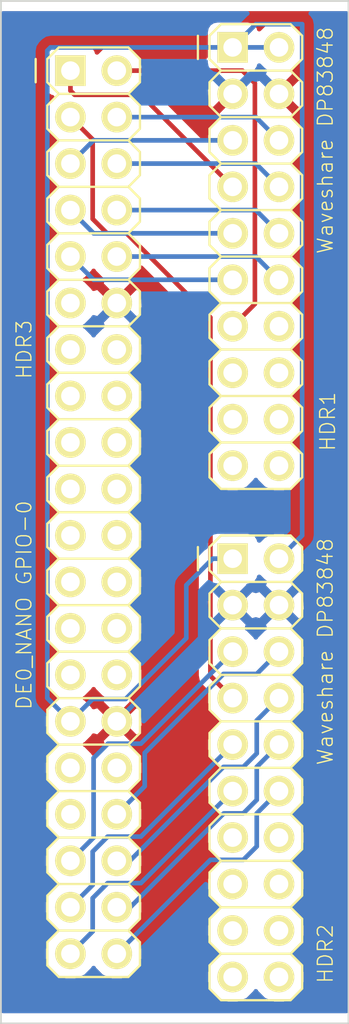
<source format=kicad_pcb>
(kicad_pcb (version 4) (host pcbnew "(2014-11-30 BZR 5308)-product")

  (general
    (links 26)
    (no_connects 1)
    (area 101.549999 76.149999 127.050001 132.130001)
    (thickness 1.6)
    (drawings 4)
    (tracks 93)
    (zones 0)
    (modules 3)
    (nets 55)
  )

  (page A4)
  (layers
    (0 F.Cu signal)
    (31 B.Cu signal)
    (32 B.Adhes user)
    (33 F.Adhes user)
    (34 B.Paste user)
    (35 F.Paste user)
    (36 B.SilkS user)
    (37 F.SilkS user)
    (38 B.Mask user)
    (39 F.Mask user)
    (40 Dwgs.User user)
    (41 Cmts.User user)
    (42 Eco1.User user)
    (43 Eco2.User user)
    (44 Edge.Cuts user)
    (45 Margin user)
    (46 B.CrtYd user)
    (47 F.CrtYd user)
    (48 B.Fab user)
    (49 F.Fab user)
  )

  (setup
    (last_trace_width 0.254)
    (trace_clearance 0.254)
    (zone_clearance 0.508)
    (zone_45_only no)
    (trace_min 0.254)
    (segment_width 0.2)
    (edge_width 0.1)
    (via_size 0.889)
    (via_drill 0.635)
    (via_min_size 0.889)
    (via_min_drill 0.508)
    (uvia_size 0.508)
    (uvia_drill 0.127)
    (uvias_allowed no)
    (uvia_min_size 0.508)
    (uvia_min_drill 0.127)
    (pcb_text_width 0.3)
    (pcb_text_size 1.5 1.5)
    (mod_edge_width 0.15)
    (mod_text_size 1 1)
    (mod_text_width 0.15)
    (pad_size 1.5 1.5)
    (pad_drill 0.6)
    (pad_to_mask_clearance 0)
    (aux_axis_origin 0 0)
    (visible_elements FFFFFF7F)
    (pcbplotparams
      (layerselection 0x010f0_80000001)
      (usegerberextensions true)
      (excludeedgelayer true)
      (linewidth 0.100000)
      (plotframeref false)
      (viasonmask false)
      (mode 1)
      (useauxorigin false)
      (hpglpennumber 1)
      (hpglpenspeed 20)
      (hpglpendiameter 15)
      (hpglpenoverlay 2)
      (psnegative false)
      (psa4output false)
      (plotreference true)
      (plotvalue true)
      (plotinvisibletext false)
      (padsonsilk false)
      (subtractmaskfromsilk false)
      (outputformat 1)
      (mirror false)
      (drillshape 0)
      (scaleselection 1)
      (outputdirectory gerber/))
  )

  (net 0 "")
  (net 1 "Net-(HDR1-Pad19)")
  (net 2 "Net-(HDR1-Pad20)")
  (net 3 "Net-(HDR1-Pad18)")
  (net 4 "Net-(HDR1-Pad17)")
  (net 5 "Net-(HDR1-Pad15)")
  (net 6 "Net-(HDR1-Pad16)")
  (net 7 "Net-(HDR1-Pad14)")
  (net 8 GND)
  (net 9 +3.3V)
  (net 10 "Net-(HDR2-Pad20)")
  (net 11 "Net-(HDR2-Pad18)")
  (net 12 "Net-(HDR2-Pad16)")
  (net 13 "Net-(HDR2-Pad14)")
  (net 14 +5V)
  (net 15 "Net-(HDR2-Pad19)")
  (net 16 "Net-(HDR2-Pad17)")
  (net 17 "Net-(HDR2-Pad15)")
  (net 18 "Net-(HDR3-Pad19)")
  (net 19 "Net-(HDR3-Pad20)")
  (net 20 "Net-(HDR3-Pad18)")
  (net 21 "Net-(HDR3-Pad17)")
  (net 22 "Net-(HDR3-Pad15)")
  (net 23 "Net-(HDR3-Pad16)")
  (net 24 "Net-(HDR3-Pad14)")
  (net 25 "Net-(HDR3-Pad13)")
  (net 26 /TXD1_1)
  (net 27 /TX_EN_1)
  (net 28 /TXD0_1)
  (net 29 /RXD1_1)
  (net 30 /RXD0_1)
  (net 31 /OSCIN_1)
  (net 32 /CRS_DV_1)
  (net 33 /MDC_1)
  (net 34 /MDIO_1)
  (net 35 /TXD1_2)
  (net 36 /TX_EN_2)
  (net 37 /TXD0_2)
  (net 38 /RXD1_2)
  (net 39 /RXD0_2)
  (net 40 /OSCIN_2)
  (net 41 /CRS_DV_2)
  (net 42 /MDC_2)
  (net 43 /MDIO_2)
  (net 44 "Net-(HDR3-Pad33)")
  (net 45 "Net-(HDR3-Pad31)")
  (net 46 "Net-(HDR3-Pad32)")
  (net 47 "Net-(HDR3-Pad27)")
  (net 48 "Net-(HDR3-Pad28)")
  (net 49 "Net-(HDR3-Pad26)")
  (net 50 "Net-(HDR3-Pad25)")
  (net 51 "Net-(HDR3-Pad23)")
  (net 52 "Net-(HDR3-Pad24)")
  (net 53 "Net-(HDR3-Pad22)")
  (net 54 "Net-(HDR3-Pad21)")

  (net_class Default "This is the default net class."
    (clearance 0.254)
    (trace_width 0.254)
    (via_dia 0.889)
    (via_drill 0.635)
    (uvia_dia 0.508)
    (uvia_drill 0.127)
    (add_net +3.3V)
    (add_net +5V)
    (add_net /CRS_DV_1)
    (add_net /CRS_DV_2)
    (add_net /MDC_1)
    (add_net /MDC_2)
    (add_net /MDIO_1)
    (add_net /MDIO_2)
    (add_net /OSCIN_1)
    (add_net /OSCIN_2)
    (add_net /RXD0_1)
    (add_net /RXD0_2)
    (add_net /RXD1_1)
    (add_net /RXD1_2)
    (add_net /TXD0_1)
    (add_net /TXD0_2)
    (add_net /TXD1_1)
    (add_net /TXD1_2)
    (add_net /TX_EN_1)
    (add_net /TX_EN_2)
    (add_net GND)
    (add_net "Net-(HDR1-Pad14)")
    (add_net "Net-(HDR1-Pad15)")
    (add_net "Net-(HDR1-Pad16)")
    (add_net "Net-(HDR1-Pad17)")
    (add_net "Net-(HDR1-Pad18)")
    (add_net "Net-(HDR1-Pad19)")
    (add_net "Net-(HDR1-Pad20)")
    (add_net "Net-(HDR2-Pad14)")
    (add_net "Net-(HDR2-Pad15)")
    (add_net "Net-(HDR2-Pad16)")
    (add_net "Net-(HDR2-Pad17)")
    (add_net "Net-(HDR2-Pad18)")
    (add_net "Net-(HDR2-Pad19)")
    (add_net "Net-(HDR2-Pad20)")
    (add_net "Net-(HDR3-Pad13)")
    (add_net "Net-(HDR3-Pad14)")
    (add_net "Net-(HDR3-Pad15)")
    (add_net "Net-(HDR3-Pad16)")
    (add_net "Net-(HDR3-Pad17)")
    (add_net "Net-(HDR3-Pad18)")
    (add_net "Net-(HDR3-Pad19)")
    (add_net "Net-(HDR3-Pad20)")
    (add_net "Net-(HDR3-Pad21)")
    (add_net "Net-(HDR3-Pad22)")
    (add_net "Net-(HDR3-Pad23)")
    (add_net "Net-(HDR3-Pad24)")
    (add_net "Net-(HDR3-Pad25)")
    (add_net "Net-(HDR3-Pad26)")
    (add_net "Net-(HDR3-Pad27)")
    (add_net "Net-(HDR3-Pad28)")
    (add_net "Net-(HDR3-Pad31)")
    (add_net "Net-(HDR3-Pad32)")
    (add_net "Net-(HDR3-Pad33)")
  )

  (module ab2_header:AB2_HDR_M20-2V (layer F.Cu) (tedit 52964F77) (tstamp 548A2619)
    (at 109.22 104.14 270)
    (path /548A07D4)
    (fp_text reference HDR3 (at -8.89 3.81 270) (layer F.SilkS)
      (effects (font (size 0.8128 0.8128) (thickness 0.0762)))
    )
    (fp_text value "DE0_NANO GPIO-0" (at 5.08 3.81 270) (layer F.SilkS)
      (effects (font (size 0.8128 0.8128) (thickness 0.0762)))
    )
    (fp_line (start 24.765 2.54) (end 23.495 2.54) (layer F.SilkS) (width 0.127))
    (fp_line (start 25.4 1.905) (end 24.765 2.54) (layer F.SilkS) (width 0.127))
    (fp_line (start 25.4 -1.905) (end 25.4 1.905) (layer F.SilkS) (width 0.127))
    (fp_line (start 24.765 -2.54) (end 25.4 -1.905) (layer F.SilkS) (width 0.127))
    (fp_line (start 23.495 -2.54) (end 24.765 -2.54) (layer F.SilkS) (width 0.127))
    (fp_line (start 22.86 -1.905) (end 23.495 -2.54) (layer F.SilkS) (width 0.127))
    (fp_line (start 23.495 2.54) (end 22.86 1.905) (layer F.SilkS) (width 0.127))
    (fp_line (start 20.955 2.54) (end 20.32 1.905) (layer F.SilkS) (width 0.127))
    (fp_line (start 20.32 -1.905) (end 20.955 -2.54) (layer F.SilkS) (width 0.127))
    (fp_line (start 20.955 -2.54) (end 22.225 -2.54) (layer F.SilkS) (width 0.127))
    (fp_line (start 22.225 -2.54) (end 22.86 -1.905) (layer F.SilkS) (width 0.127))
    (fp_line (start 22.86 -1.905) (end 22.86 1.905) (layer F.SilkS) (width 0.127))
    (fp_line (start 22.86 1.905) (end 22.225 2.54) (layer F.SilkS) (width 0.127))
    (fp_line (start 22.225 2.54) (end 20.955 2.54) (layer F.SilkS) (width 0.127))
    (fp_line (start 19.685 2.54) (end 18.415 2.54) (layer F.SilkS) (width 0.127))
    (fp_line (start 20.32 1.905) (end 19.685 2.54) (layer F.SilkS) (width 0.127))
    (fp_line (start 20.32 -1.905) (end 20.32 1.905) (layer F.SilkS) (width 0.127))
    (fp_line (start 19.685 -2.54) (end 20.32 -1.905) (layer F.SilkS) (width 0.127))
    (fp_line (start 18.415 -2.54) (end 19.685 -2.54) (layer F.SilkS) (width 0.127))
    (fp_line (start 17.78 -1.905) (end 18.415 -2.54) (layer F.SilkS) (width 0.127))
    (fp_line (start 18.415 2.54) (end 17.78 1.905) (layer F.SilkS) (width 0.127))
    (fp_line (start 15.875 2.54) (end 15.24 1.905) (layer F.SilkS) (width 0.127))
    (fp_line (start 15.24 -1.905) (end 15.875 -2.54) (layer F.SilkS) (width 0.127))
    (fp_line (start 15.875 -2.54) (end 17.145 -2.54) (layer F.SilkS) (width 0.127))
    (fp_line (start 17.145 -2.54) (end 17.78 -1.905) (layer F.SilkS) (width 0.127))
    (fp_line (start 17.78 -1.905) (end 17.78 1.905) (layer F.SilkS) (width 0.127))
    (fp_line (start 17.78 1.905) (end 17.145 2.54) (layer F.SilkS) (width 0.127))
    (fp_line (start 17.145 2.54) (end 15.875 2.54) (layer F.SilkS) (width 0.127))
    (fp_line (start 14.605 2.54) (end 13.335 2.54) (layer F.SilkS) (width 0.127))
    (fp_line (start 15.24 1.905) (end 14.605 2.54) (layer F.SilkS) (width 0.127))
    (fp_line (start 15.24 -1.905) (end 15.24 1.905) (layer F.SilkS) (width 0.127))
    (fp_line (start 14.605 -2.54) (end 15.24 -1.905) (layer F.SilkS) (width 0.127))
    (fp_line (start 13.335 -2.54) (end 14.605 -2.54) (layer F.SilkS) (width 0.127))
    (fp_line (start 12.7 -1.905) (end 13.335 -2.54) (layer F.SilkS) (width 0.127))
    (fp_line (start 13.335 2.54) (end 12.7 1.905) (layer F.SilkS) (width 0.127))
    (fp_line (start 10.795 2.54) (end 10.16 1.905) (layer F.SilkS) (width 0.127))
    (fp_line (start 10.16 -1.905) (end 10.795 -2.54) (layer F.SilkS) (width 0.127))
    (fp_line (start 10.795 -2.54) (end 12.065 -2.54) (layer F.SilkS) (width 0.127))
    (fp_line (start 12.065 -2.54) (end 12.7 -1.905) (layer F.SilkS) (width 0.127))
    (fp_line (start 12.7 -1.905) (end 12.7 1.905) (layer F.SilkS) (width 0.127))
    (fp_line (start 12.7 1.905) (end 12.065 2.54) (layer F.SilkS) (width 0.127))
    (fp_line (start 12.065 2.54) (end 10.795 2.54) (layer F.SilkS) (width 0.127))
    (fp_line (start 9.525 2.54) (end 8.255 2.54) (layer F.SilkS) (width 0.127))
    (fp_line (start 10.16 1.905) (end 9.525 2.54) (layer F.SilkS) (width 0.127))
    (fp_line (start 10.16 -1.905) (end 10.16 1.905) (layer F.SilkS) (width 0.127))
    (fp_line (start 9.525 -2.54) (end 10.16 -1.905) (layer F.SilkS) (width 0.127))
    (fp_line (start 8.255 -2.54) (end 9.525 -2.54) (layer F.SilkS) (width 0.127))
    (fp_line (start 7.62 -1.905) (end 8.255 -2.54) (layer F.SilkS) (width 0.127))
    (fp_line (start 8.255 2.54) (end 7.62 1.905) (layer F.SilkS) (width 0.127))
    (fp_line (start 5.715 2.54) (end 5.08 1.905) (layer F.SilkS) (width 0.127))
    (fp_line (start 5.08 -1.905) (end 5.715 -2.54) (layer F.SilkS) (width 0.127))
    (fp_line (start 5.715 -2.54) (end 6.985 -2.54) (layer F.SilkS) (width 0.127))
    (fp_line (start 6.985 -2.54) (end 7.62 -1.905) (layer F.SilkS) (width 0.127))
    (fp_line (start 7.62 -1.905) (end 7.62 1.905) (layer F.SilkS) (width 0.127))
    (fp_line (start 7.62 1.905) (end 6.985 2.54) (layer F.SilkS) (width 0.127))
    (fp_line (start 6.985 2.54) (end 5.715 2.54) (layer F.SilkS) (width 0.127))
    (fp_line (start 4.445 2.54) (end 3.175 2.54) (layer F.SilkS) (width 0.127))
    (fp_line (start 5.08 1.905) (end 4.445 2.54) (layer F.SilkS) (width 0.127))
    (fp_line (start 5.08 -1.905) (end 5.08 1.905) (layer F.SilkS) (width 0.127))
    (fp_line (start 4.445 -2.54) (end 5.08 -1.905) (layer F.SilkS) (width 0.127))
    (fp_line (start 3.175 -2.54) (end 4.445 -2.54) (layer F.SilkS) (width 0.127))
    (fp_line (start 2.54 -1.905) (end 3.175 -2.54) (layer F.SilkS) (width 0.127))
    (fp_line (start 3.175 2.54) (end 2.54 1.905) (layer F.SilkS) (width 0.127))
    (fp_line (start 0.635 2.54) (end 0 1.905) (layer F.SilkS) (width 0.127))
    (fp_line (start 0 -1.905) (end 0.635 -2.54) (layer F.SilkS) (width 0.127))
    (fp_line (start 0.635 -2.54) (end 1.905 -2.54) (layer F.SilkS) (width 0.127))
    (fp_line (start 1.905 -2.54) (end 2.54 -1.905) (layer F.SilkS) (width 0.127))
    (fp_line (start 2.54 -1.905) (end 2.54 1.905) (layer F.SilkS) (width 0.127))
    (fp_line (start 2.54 1.905) (end 1.905 2.54) (layer F.SilkS) (width 0.127))
    (fp_line (start 1.905 2.54) (end 0.635 2.54) (layer F.SilkS) (width 0.127))
    (fp_line (start -0.635 2.54) (end -1.905 2.54) (layer F.SilkS) (width 0.127))
    (fp_line (start 0 1.905) (end -0.635 2.54) (layer F.SilkS) (width 0.127))
    (fp_line (start 0 -1.905) (end 0 1.905) (layer F.SilkS) (width 0.127))
    (fp_line (start -0.635 -2.54) (end 0 -1.905) (layer F.SilkS) (width 0.127))
    (fp_line (start -1.905 -2.54) (end -0.635 -2.54) (layer F.SilkS) (width 0.127))
    (fp_line (start -2.54 -1.905) (end -1.905 -2.54) (layer F.SilkS) (width 0.127))
    (fp_line (start -1.905 2.54) (end -2.54 1.905) (layer F.SilkS) (width 0.127))
    (fp_line (start -4.445 2.54) (end -5.08 1.905) (layer F.SilkS) (width 0.127))
    (fp_line (start -5.08 -1.905) (end -4.445 -2.54) (layer F.SilkS) (width 0.127))
    (fp_line (start -4.445 -2.54) (end -3.175 -2.54) (layer F.SilkS) (width 0.127))
    (fp_line (start -3.175 -2.54) (end -2.54 -1.905) (layer F.SilkS) (width 0.127))
    (fp_line (start -2.54 -1.905) (end -2.54 1.905) (layer F.SilkS) (width 0.127))
    (fp_line (start -2.54 1.905) (end -3.175 2.54) (layer F.SilkS) (width 0.127))
    (fp_line (start -3.175 2.54) (end -4.445 2.54) (layer F.SilkS) (width 0.127))
    (fp_line (start -5.715 2.54) (end -6.985 2.54) (layer F.SilkS) (width 0.127))
    (fp_line (start -5.08 1.905) (end -5.715 2.54) (layer F.SilkS) (width 0.127))
    (fp_line (start -5.08 -1.905) (end -5.08 1.905) (layer F.SilkS) (width 0.127))
    (fp_line (start -5.715 -2.54) (end -5.08 -1.905) (layer F.SilkS) (width 0.127))
    (fp_line (start -6.985 -2.54) (end -5.715 -2.54) (layer F.SilkS) (width 0.127))
    (fp_line (start -7.62 -1.905) (end -6.985 -2.54) (layer F.SilkS) (width 0.127))
    (fp_line (start -6.985 2.54) (end -7.62 1.905) (layer F.SilkS) (width 0.127))
    (fp_line (start -9.525 2.54) (end -10.16 1.905) (layer F.SilkS) (width 0.127))
    (fp_line (start -10.16 -1.905) (end -9.525 -2.54) (layer F.SilkS) (width 0.127))
    (fp_line (start -9.525 -2.54) (end -8.255 -2.54) (layer F.SilkS) (width 0.127))
    (fp_line (start -8.255 -2.54) (end -7.62 -1.905) (layer F.SilkS) (width 0.127))
    (fp_line (start -7.62 -1.905) (end -7.62 1.905) (layer F.SilkS) (width 0.127))
    (fp_line (start -7.62 1.905) (end -8.255 2.54) (layer F.SilkS) (width 0.127))
    (fp_line (start -8.255 2.54) (end -9.525 2.54) (layer F.SilkS) (width 0.127))
    (fp_line (start -10.795 2.54) (end -12.065 2.54) (layer F.SilkS) (width 0.127))
    (fp_line (start -10.16 1.905) (end -10.795 2.54) (layer F.SilkS) (width 0.127))
    (fp_line (start -10.16 -1.905) (end -10.16 1.905) (layer F.SilkS) (width 0.127))
    (fp_line (start -10.795 -2.54) (end -10.16 -1.905) (layer F.SilkS) (width 0.127))
    (fp_line (start -12.065 -2.54) (end -10.795 -2.54) (layer F.SilkS) (width 0.127))
    (fp_line (start -12.7 -1.905) (end -12.065 -2.54) (layer F.SilkS) (width 0.127))
    (fp_line (start -12.065 2.54) (end -12.7 1.905) (layer F.SilkS) (width 0.127))
    (fp_line (start -14.605 2.54) (end -15.24 1.905) (layer F.SilkS) (width 0.127))
    (fp_line (start -15.24 -1.905) (end -14.605 -2.54) (layer F.SilkS) (width 0.127))
    (fp_line (start -14.605 -2.54) (end -13.335 -2.54) (layer F.SilkS) (width 0.127))
    (fp_line (start -13.335 -2.54) (end -12.7 -1.905) (layer F.SilkS) (width 0.127))
    (fp_line (start -12.7 -1.905) (end -12.7 1.905) (layer F.SilkS) (width 0.127))
    (fp_line (start -12.7 1.905) (end -13.335 2.54) (layer F.SilkS) (width 0.127))
    (fp_line (start -13.335 2.54) (end -14.605 2.54) (layer F.SilkS) (width 0.127))
    (fp_line (start -15.875 2.54) (end -17.145 2.54) (layer F.SilkS) (width 0.127))
    (fp_line (start -15.24 1.905) (end -15.875 2.54) (layer F.SilkS) (width 0.127))
    (fp_line (start -15.24 -1.905) (end -15.24 1.905) (layer F.SilkS) (width 0.127))
    (fp_line (start -15.875 -2.54) (end -15.24 -1.905) (layer F.SilkS) (width 0.127))
    (fp_line (start -17.145 -2.54) (end -15.875 -2.54) (layer F.SilkS) (width 0.127))
    (fp_line (start -17.78 -1.905) (end -17.145 -2.54) (layer F.SilkS) (width 0.127))
    (fp_line (start -17.145 2.54) (end -17.78 1.905) (layer F.SilkS) (width 0.127))
    (fp_line (start -19.685 2.54) (end -20.32 1.905) (layer F.SilkS) (width 0.127))
    (fp_line (start -20.32 -1.905) (end -19.685 -2.54) (layer F.SilkS) (width 0.127))
    (fp_line (start -19.685 -2.54) (end -18.415 -2.54) (layer F.SilkS) (width 0.127))
    (fp_line (start -18.415 -2.54) (end -17.78 -1.905) (layer F.SilkS) (width 0.127))
    (fp_line (start -17.78 -1.905) (end -17.78 1.905) (layer F.SilkS) (width 0.127))
    (fp_line (start -17.78 1.905) (end -18.415 2.54) (layer F.SilkS) (width 0.127))
    (fp_line (start -18.415 2.54) (end -19.685 2.54) (layer F.SilkS) (width 0.127))
    (fp_line (start -20.955 2.54) (end -22.225 2.54) (layer F.SilkS) (width 0.127))
    (fp_line (start -20.32 1.905) (end -20.955 2.54) (layer F.SilkS) (width 0.127))
    (fp_line (start -20.32 -1.905) (end -20.32 1.905) (layer F.SilkS) (width 0.127))
    (fp_line (start -20.955 -2.54) (end -20.32 -1.905) (layer F.SilkS) (width 0.127))
    (fp_line (start -22.225 -2.54) (end -20.955 -2.54) (layer F.SilkS) (width 0.127))
    (fp_line (start -22.86 -1.905) (end -22.225 -2.54) (layer F.SilkS) (width 0.127))
    (fp_line (start -22.225 2.54) (end -22.86 1.905) (layer F.SilkS) (width 0.127))
    (fp_line (start -24.765 2.54) (end -25.4 1.905) (layer F.SilkS) (width 0.127))
    (fp_line (start -25.4 1.905) (end -25.4 -1.905) (layer F.SilkS) (width 0.127))
    (fp_line (start -25.4 -1.905) (end -24.765 -2.54) (layer F.SilkS) (width 0.127))
    (fp_line (start -24.765 -2.54) (end -23.495 -2.54) (layer F.SilkS) (width 0.127))
    (fp_line (start -23.495 -2.54) (end -22.86 -1.905) (layer F.SilkS) (width 0.127))
    (fp_line (start -22.86 -1.905) (end -22.86 1.905) (layer F.SilkS) (width 0.127))
    (fp_line (start -22.86 1.905) (end -23.495 2.54) (layer F.SilkS) (width 0.127))
    (fp_line (start -23.495 2.54) (end -24.765 2.54) (layer F.SilkS) (width 0.127))
    (fp_line (start -24.765 3.175) (end -23.495 3.175) (layer F.SilkS) (width 0.127))
    (pad 39 thru_hole circle (at 24.13 1.27 270) (size 1.6764 1.6764) (drill 1.016) (layers *.Cu *.Mask F.SilkS)
      (net 36 /TX_EN_2))
    (pad 40 thru_hole circle (at 24.13 -1.27 270) (size 1.6764 1.6764) (drill 1.016) (layers *.Cu *.Mask F.SilkS)
      (net 37 /TXD0_2))
    (pad 38 thru_hole circle (at 21.59 -1.27 270) (size 1.6764 1.6764) (drill 1.016) (layers *.Cu *.Mask F.SilkS)
      (net 38 /RXD1_2))
    (pad 37 thru_hole circle (at 21.59 1.27 270) (size 1.6764 1.6764) (drill 1.016) (layers *.Cu *.Mask F.SilkS)
      (net 39 /RXD0_2))
    (pad 35 thru_hole circle (at 19.05 1.27 270) (size 1.6764 1.6764) (drill 1.016) (layers *.Cu *.Mask F.SilkS)
      (net 43 /MDIO_2))
    (pad 36 thru_hole circle (at 19.05 -1.27 270) (size 1.6764 1.6764) (drill 1.016) (layers *.Cu *.Mask F.SilkS)
      (net 41 /CRS_DV_2))
    (pad 34 thru_hole circle (at 16.51 -1.27 270) (size 1.6764 1.6764) (drill 1.016) (layers *.Cu *.Mask F.SilkS)
      (net 42 /MDC_2))
    (pad 33 thru_hole circle (at 16.51 1.27 270) (size 1.6764 1.6764) (drill 1.016) (layers *.Cu *.Mask F.SilkS)
      (net 44 "Net-(HDR3-Pad33)"))
    (pad 31 thru_hole circle (at 13.97 1.27 270) (size 1.6764 1.6764) (drill 1.016) (layers *.Cu *.Mask F.SilkS)
      (net 45 "Net-(HDR3-Pad31)"))
    (pad 32 thru_hole circle (at 13.97 -1.27 270) (size 1.6764 1.6764) (drill 1.016) (layers *.Cu *.Mask F.SilkS)
      (net 46 "Net-(HDR3-Pad32)"))
    (pad 30 thru_hole circle (at 11.43 -1.27 270) (size 1.6764 1.6764) (drill 1.016) (layers *.Cu *.Mask F.SilkS)
      (net 8 GND))
    (pad 29 thru_hole circle (at 11.43 1.27 270) (size 1.6764 1.6764) (drill 1.016) (layers *.Cu *.Mask F.SilkS)
      (net 9 +3.3V))
    (pad 27 thru_hole circle (at 8.89 1.27 270) (size 1.6764 1.6764) (drill 1.016) (layers *.Cu *.Mask F.SilkS)
      (net 47 "Net-(HDR3-Pad27)"))
    (pad 28 thru_hole circle (at 8.89 -1.27 270) (size 1.6764 1.6764) (drill 1.016) (layers *.Cu *.Mask F.SilkS)
      (net 48 "Net-(HDR3-Pad28)"))
    (pad 26 thru_hole circle (at 6.35 -1.27 270) (size 1.6764 1.6764) (drill 1.016) (layers *.Cu *.Mask F.SilkS)
      (net 49 "Net-(HDR3-Pad26)"))
    (pad 25 thru_hole circle (at 6.35 1.27 270) (size 1.6764 1.6764) (drill 1.016) (layers *.Cu *.Mask F.SilkS)
      (net 50 "Net-(HDR3-Pad25)"))
    (pad 23 thru_hole circle (at 3.81 1.27 270) (size 1.6764 1.6764) (drill 1.016) (layers *.Cu *.Mask F.SilkS)
      (net 51 "Net-(HDR3-Pad23)"))
    (pad 24 thru_hole circle (at 3.81 -1.27 270) (size 1.6764 1.6764) (drill 1.016) (layers *.Cu *.Mask F.SilkS)
      (net 52 "Net-(HDR3-Pad24)"))
    (pad 22 thru_hole circle (at 1.27 -1.27 270) (size 1.6764 1.6764) (drill 1.016) (layers *.Cu *.Mask F.SilkS)
      (net 53 "Net-(HDR3-Pad22)"))
    (pad 21 thru_hole circle (at 1.27 1.27 270) (size 1.6764 1.6764) (drill 1.016) (layers *.Cu *.Mask F.SilkS)
      (net 54 "Net-(HDR3-Pad21)"))
    (pad 19 thru_hole circle (at -1.27 1.27 270) (size 1.6764 1.6764) (drill 1.016) (layers *.Cu *.Mask F.SilkS)
      (net 18 "Net-(HDR3-Pad19)"))
    (pad 20 thru_hole circle (at -1.27 -1.27 270) (size 1.6764 1.6764) (drill 1.016) (layers *.Cu *.Mask F.SilkS)
      (net 19 "Net-(HDR3-Pad20)"))
    (pad 18 thru_hole circle (at -3.81 -1.27 270) (size 1.6764 1.6764) (drill 1.016) (layers *.Cu *.Mask F.SilkS)
      (net 20 "Net-(HDR3-Pad18)"))
    (pad 17 thru_hole circle (at -3.81 1.27 270) (size 1.6764 1.6764) (drill 1.016) (layers *.Cu *.Mask F.SilkS)
      (net 21 "Net-(HDR3-Pad17)"))
    (pad 15 thru_hole circle (at -6.35 1.27 270) (size 1.6764 1.6764) (drill 1.016) (layers *.Cu *.Mask F.SilkS)
      (net 22 "Net-(HDR3-Pad15)"))
    (pad 16 thru_hole circle (at -6.35 -1.27 270) (size 1.6764 1.6764) (drill 1.016) (layers *.Cu *.Mask F.SilkS)
      (net 23 "Net-(HDR3-Pad16)"))
    (pad 14 thru_hole circle (at -8.89 -1.27 270) (size 1.6764 1.6764) (drill 1.016) (layers *.Cu *.Mask F.SilkS)
      (net 24 "Net-(HDR3-Pad14)"))
    (pad 13 thru_hole circle (at -8.89 1.27 270) (size 1.6764 1.6764) (drill 1.016) (layers *.Cu *.Mask F.SilkS)
      (net 25 "Net-(HDR3-Pad13)"))
    (pad 11 thru_hole circle (at -11.43 1.27 270) (size 1.6764 1.6764) (drill 1.016) (layers *.Cu *.Mask F.SilkS)
      (net 14 +5V))
    (pad 12 thru_hole circle (at -11.43 -1.27 270) (size 1.6764 1.6764) (drill 1.016) (layers *.Cu *.Mask F.SilkS)
      (net 8 GND))
    (pad 10 thru_hole circle (at -13.97 -1.27 270) (size 1.6764 1.6764) (drill 1.016) (layers *.Cu *.Mask F.SilkS)
      (net 28 /TXD0_1))
    (pad 9 thru_hole circle (at -13.97 1.27 270) (size 1.6764 1.6764) (drill 1.016) (layers *.Cu *.Mask F.SilkS)
      (net 27 /TX_EN_1))
    (pad 7 thru_hole circle (at -16.51 1.27 270) (size 1.6764 1.6764) (drill 1.016) (layers *.Cu *.Mask F.SilkS)
      (net 30 /RXD0_1))
    (pad 8 thru_hole circle (at -16.51 -1.27 270) (size 1.6764 1.6764) (drill 1.016) (layers *.Cu *.Mask F.SilkS)
      (net 29 /RXD1_1))
    (pad 6 thru_hole circle (at -19.05 -1.27 270) (size 1.6764 1.6764) (drill 1.016) (layers *.Cu *.Mask F.SilkS)
      (net 32 /CRS_DV_1))
    (pad 5 thru_hole circle (at -19.05 1.27 270) (size 1.6764 1.6764) (drill 1.016) (layers *.Cu *.Mask F.SilkS)
      (net 34 /MDIO_1))
    (pad 3 thru_hole circle (at -21.59 1.27 270) (size 1.6764 1.6764) (drill 1.016) (layers *.Cu *.Mask F.SilkS)
      (net 40 /OSCIN_2))
    (pad 4 thru_hole circle (at -21.59 -1.27 270) (size 1.6764 1.6764) (drill 1.016) (layers *.Cu *.Mask F.SilkS)
      (net 33 /MDC_1))
    (pad 2 thru_hole circle (at -24.13 -1.27 270) (size 1.6764 1.6764) (drill 1.016) (layers *.Cu *.Mask F.SilkS)
      (net 26 /TXD1_1))
    (pad 1 thru_hole rect (at -24.13 1.27 270) (size 1.6764 1.6764) (drill 1.016) (layers *.Cu *.Mask F.SilkS)
      (net 31 /OSCIN_1))
    (model ab2_header/AB2_HDR_M01-1V.wrl
      (at (xyz -0.95 -0.05 0))
      (scale (xyz 0.3937 0.3937 0.3937))
      (rotate (xyz 0 0 0))
    )
    (model ab2_header/AB2_HDR_M01-1V.wrl
      (at (xyz -0.85 -0.05 0))
      (scale (xyz 0.3937 0.3937 0.3937))
      (rotate (xyz 0 0 0))
    )
    (model ab2_header/AB2_HDR_M01-1V.wrl
      (at (xyz -0.75 -0.05 0))
      (scale (xyz 0.3937 0.3937 0.3937))
      (rotate (xyz 0 0 0))
    )
    (model ab2_header/AB2_HDR_M01-1V.wrl
      (at (xyz -0.65 -0.05 0))
      (scale (xyz 0.3937 0.3937 0.3937))
      (rotate (xyz 0 0 0))
    )
    (model ab2_header/AB2_HDR_M01-1V.wrl
      (at (xyz -0.55 -0.05 0))
      (scale (xyz 0.3937 0.3937 0.3937))
      (rotate (xyz 0 0 0))
    )
    (model ab2_header/AB2_HDR_M01-1V.wrl
      (at (xyz -0.45 -0.05 0))
      (scale (xyz 0.3937 0.3937 0.3937))
      (rotate (xyz 0 0 0))
    )
    (model ab2_header/AB2_HDR_M01-1V.wrl
      (at (xyz -0.35 -0.05 0))
      (scale (xyz 0.3937 0.3937 0.3937))
      (rotate (xyz 0 0 0))
    )
    (model ab2_header/AB2_HDR_M01-1V.wrl
      (at (xyz -0.25 -0.05 0))
      (scale (xyz 0.3937 0.3937 0.3937))
      (rotate (xyz 0 0 0))
    )
    (model ab2_header/AB2_HDR_M01-1V.wrl
      (at (xyz -0.15 -0.05 0))
      (scale (xyz 0.3937 0.3937 0.3937))
      (rotate (xyz 0 0 0))
    )
    (model ab2_header/AB2_HDR_M01-1V.wrl
      (at (xyz -0.05 -0.05 0))
      (scale (xyz 0.3937 0.3937 0.3937))
      (rotate (xyz 0 0 0))
    )
    (model ab2_header/AB2_HDR_M01-1V.wrl
      (at (xyz 0.05 -0.05 0))
      (scale (xyz 0.3937 0.3937 0.3937))
      (rotate (xyz 0 0 0))
    )
    (model ab2_header/AB2_HDR_M01-1V.wrl
      (at (xyz 0.15 -0.05 0))
      (scale (xyz 0.3937 0.3937 0.3937))
      (rotate (xyz 0 0 0))
    )
    (model ab2_header/AB2_HDR_M01-1V.wrl
      (at (xyz 0.25 -0.05 0))
      (scale (xyz 0.3937 0.3937 0.3937))
      (rotate (xyz 0 0 0))
    )
    (model ab2_header/AB2_HDR_M01-1V.wrl
      (at (xyz 0.35 -0.05 0))
      (scale (xyz 0.3937 0.3937 0.3937))
      (rotate (xyz 0 0 0))
    )
    (model ab2_header/AB2_HDR_M01-1V.wrl
      (at (xyz 0.45 -0.05 0))
      (scale (xyz 0.3937 0.3937 0.3937))
      (rotate (xyz 0 0 0))
    )
    (model ab2_header/AB2_HDR_M01-1V.wrl
      (at (xyz 0.55 -0.05 0))
      (scale (xyz 0.3937 0.3937 0.3937))
      (rotate (xyz 0 0 0))
    )
    (model ab2_header/AB2_HDR_M01-1V.wrl
      (at (xyz 0.65 -0.05 0))
      (scale (xyz 0.3937 0.3937 0.3937))
      (rotate (xyz 0 0 0))
    )
    (model ab2_header/AB2_HDR_M01-1V.wrl
      (at (xyz 0.75 -0.05 0))
      (scale (xyz 0.3937 0.3937 0.3937))
      (rotate (xyz 0 0 0))
    )
    (model ab2_header/AB2_HDR_M01-1V.wrl
      (at (xyz 0.85 -0.05 0))
      (scale (xyz 0.3937 0.3937 0.3937))
      (rotate (xyz 0 0 0))
    )
    (model ab2_header/AB2_HDR_M01-1V.wrl
      (at (xyz 0.95 -0.05 0))
      (scale (xyz 0.3937 0.3937 0.3937))
      (rotate (xyz 0 0 0))
    )
    (model ab2_header/AB2_HDR_M01-1V.wrl
      (at (xyz -0.95 0.05 0))
      (scale (xyz 0.3937 0.3937 0.3937))
      (rotate (xyz 0 0 0))
    )
    (model ab2_header/AB2_HDR_M01-1V.wrl
      (at (xyz -0.85 0.05 0))
      (scale (xyz 0.3937 0.3937 0.3937))
      (rotate (xyz 0 0 0))
    )
    (model ab2_header/AB2_HDR_M01-1V.wrl
      (at (xyz -0.75 0.05 0))
      (scale (xyz 0.3937 0.3937 0.3937))
      (rotate (xyz 0 0 0))
    )
    (model ab2_header/AB2_HDR_M01-1V.wrl
      (at (xyz -0.65 0.05 0))
      (scale (xyz 0.3937 0.3937 0.3937))
      (rotate (xyz 0 0 0))
    )
    (model ab2_header/AB2_HDR_M01-1V.wrl
      (at (xyz -0.55 0.05 0))
      (scale (xyz 0.3937 0.3937 0.3937))
      (rotate (xyz 0 0 0))
    )
    (model ab2_header/AB2_HDR_M01-1V.wrl
      (at (xyz -0.45 0.05 0))
      (scale (xyz 0.3937 0.3937 0.3937))
      (rotate (xyz 0 0 0))
    )
    (model ab2_header/AB2_HDR_M01-1V.wrl
      (at (xyz -0.35 0.05 0))
      (scale (xyz 0.3937 0.3937 0.3937))
      (rotate (xyz 0 0 0))
    )
    (model ab2_header/AB2_HDR_M01-1V.wrl
      (at (xyz -0.25 0.05 0))
      (scale (xyz 0.3937 0.3937 0.3937))
      (rotate (xyz 0 0 0))
    )
    (model ab2_header/AB2_HDR_M01-1V.wrl
      (at (xyz -0.15 0.05 0))
      (scale (xyz 0.3937 0.3937 0.3937))
      (rotate (xyz 0 0 0))
    )
    (model ab2_header/AB2_HDR_M01-1V.wrl
      (at (xyz -0.05 0.05 0))
      (scale (xyz 0.3937 0.3937 0.3937))
      (rotate (xyz 0 0 0))
    )
    (model ab2_header/AB2_HDR_M01-1V.wrl
      (at (xyz 0.05 0.05 0))
      (scale (xyz 0.3937 0.3937 0.3937))
      (rotate (xyz 0 0 0))
    )
    (model ab2_header/AB2_HDR_M01-1V.wrl
      (at (xyz 0.15 0.05 0))
      (scale (xyz 0.3937 0.3937 0.3937))
      (rotate (xyz 0 0 0))
    )
    (model ab2_header/AB2_HDR_M01-1V.wrl
      (at (xyz 0.25 0.05 0))
      (scale (xyz 0.3937 0.3937 0.3937))
      (rotate (xyz 0 0 0))
    )
    (model ab2_header/AB2_HDR_M01-1V.wrl
      (at (xyz 0.35 0.05 0))
      (scale (xyz 0.3937 0.3937 0.3937))
      (rotate (xyz 0 0 0))
    )
    (model ab2_header/AB2_HDR_M01-1V.wrl
      (at (xyz 0.45 0.05 0))
      (scale (xyz 0.3937 0.3937 0.3937))
      (rotate (xyz 0 0 0))
    )
    (model ab2_header/AB2_HDR_M01-1V.wrl
      (at (xyz 0.55 0.05 0))
      (scale (xyz 0.3937 0.3937 0.3937))
      (rotate (xyz 0 0 0))
    )
    (model ab2_header/AB2_HDR_M01-1V.wrl
      (at (xyz 0.65 0.05 0))
      (scale (xyz 0.3937 0.3937 0.3937))
      (rotate (xyz 0 0 0))
    )
    (model ab2_header/AB2_HDR_M01-1V.wrl
      (at (xyz 0.75 0.05 0))
      (scale (xyz 0.3937 0.3937 0.3937))
      (rotate (xyz 0 0 0))
    )
    (model ab2_header/AB2_HDR_M01-1V.wrl
      (at (xyz 0.85 0.05 0))
      (scale (xyz 0.3937 0.3937 0.3937))
      (rotate (xyz 0 0 0))
    )
    (model ab2_header/AB2_HDR_M01-1V.wrl
      (at (xyz 0.95 0.05 0))
      (scale (xyz 0.3937 0.3937 0.3937))
      (rotate (xyz 0 0 0))
    )
  )

  (module ab2_header:AB2_HDR_M10-2V (layer F.Cu) (tedit 52964D79) (tstamp 548A2739)
    (at 118.11 90.17 270)
    (path /548A029C)
    (fp_text reference HDR1 (at 9.017 -3.937 270) (layer F.SilkS)
      (effects (font (size 0.8128 0.8128) (thickness 0.0762)))
    )
    (fp_text value "Waveshare DP83848" (at -6.35 -3.81 270) (layer F.SilkS)
      (effects (font (size 0.8128 0.8128) (thickness 0.0762)))
    )
    (fp_line (start 12.065 2.54) (end 10.795 2.54) (layer F.SilkS) (width 0.127))
    (fp_line (start 12.7 1.905) (end 12.065 2.54) (layer F.SilkS) (width 0.127))
    (fp_line (start 12.7 -1.905) (end 12.7 1.905) (layer F.SilkS) (width 0.127))
    (fp_line (start 12.065 -2.54) (end 12.7 -1.905) (layer F.SilkS) (width 0.127))
    (fp_line (start 10.795 -2.54) (end 12.065 -2.54) (layer F.SilkS) (width 0.127))
    (fp_line (start 10.16 -1.905) (end 10.795 -2.54) (layer F.SilkS) (width 0.127))
    (fp_line (start 10.795 2.54) (end 10.16 1.905) (layer F.SilkS) (width 0.127))
    (fp_line (start 8.255 2.54) (end 7.62 1.905) (layer F.SilkS) (width 0.127))
    (fp_line (start 7.62 -1.905) (end 8.255 -2.54) (layer F.SilkS) (width 0.127))
    (fp_line (start 8.255 -2.54) (end 9.525 -2.54) (layer F.SilkS) (width 0.127))
    (fp_line (start 9.525 -2.54) (end 10.16 -1.905) (layer F.SilkS) (width 0.127))
    (fp_line (start 10.16 -1.905) (end 10.16 1.905) (layer F.SilkS) (width 0.127))
    (fp_line (start 10.16 1.905) (end 9.525 2.54) (layer F.SilkS) (width 0.127))
    (fp_line (start 9.525 2.54) (end 8.255 2.54) (layer F.SilkS) (width 0.127))
    (fp_line (start 6.985 2.54) (end 5.715 2.54) (layer F.SilkS) (width 0.127))
    (fp_line (start 7.62 1.905) (end 6.985 2.54) (layer F.SilkS) (width 0.127))
    (fp_line (start 7.62 -1.905) (end 7.62 1.905) (layer F.SilkS) (width 0.127))
    (fp_line (start 6.985 -2.54) (end 7.62 -1.905) (layer F.SilkS) (width 0.127))
    (fp_line (start 5.715 -2.54) (end 6.985 -2.54) (layer F.SilkS) (width 0.127))
    (fp_line (start 5.08 -1.905) (end 5.715 -2.54) (layer F.SilkS) (width 0.127))
    (fp_line (start 5.715 2.54) (end 5.08 1.905) (layer F.SilkS) (width 0.127))
    (fp_line (start 3.175 2.54) (end 2.54 1.905) (layer F.SilkS) (width 0.127))
    (fp_line (start 2.54 -1.905) (end 3.175 -2.54) (layer F.SilkS) (width 0.127))
    (fp_line (start 3.175 -2.54) (end 4.445 -2.54) (layer F.SilkS) (width 0.127))
    (fp_line (start 4.445 -2.54) (end 5.08 -1.905) (layer F.SilkS) (width 0.127))
    (fp_line (start 5.08 -1.905) (end 5.08 1.905) (layer F.SilkS) (width 0.127))
    (fp_line (start 5.08 1.905) (end 4.445 2.54) (layer F.SilkS) (width 0.127))
    (fp_line (start 4.445 2.54) (end 3.175 2.54) (layer F.SilkS) (width 0.127))
    (fp_line (start 1.905 2.54) (end 0.635 2.54) (layer F.SilkS) (width 0.127))
    (fp_line (start 2.54 1.905) (end 1.905 2.54) (layer F.SilkS) (width 0.127))
    (fp_line (start 2.54 -1.905) (end 2.54 1.905) (layer F.SilkS) (width 0.127))
    (fp_line (start 1.905 -2.54) (end 2.54 -1.905) (layer F.SilkS) (width 0.127))
    (fp_line (start 0.635 -2.54) (end 1.905 -2.54) (layer F.SilkS) (width 0.127))
    (fp_line (start 0 -1.905) (end 0.635 -2.54) (layer F.SilkS) (width 0.127))
    (fp_line (start 0.635 2.54) (end 0 1.905) (layer F.SilkS) (width 0.127))
    (fp_line (start -1.905 2.54) (end -2.54 1.905) (layer F.SilkS) (width 0.127))
    (fp_line (start -2.54 -1.905) (end -1.905 -2.54) (layer F.SilkS) (width 0.127))
    (fp_line (start -1.905 -2.54) (end -0.635 -2.54) (layer F.SilkS) (width 0.127))
    (fp_line (start -0.635 -2.54) (end 0 -1.905) (layer F.SilkS) (width 0.127))
    (fp_line (start 0 -1.905) (end 0 1.905) (layer F.SilkS) (width 0.127))
    (fp_line (start 0 1.905) (end -0.635 2.54) (layer F.SilkS) (width 0.127))
    (fp_line (start -0.635 2.54) (end -1.905 2.54) (layer F.SilkS) (width 0.127))
    (fp_line (start -3.175 2.54) (end -4.445 2.54) (layer F.SilkS) (width 0.127))
    (fp_line (start -2.54 1.905) (end -3.175 2.54) (layer F.SilkS) (width 0.127))
    (fp_line (start -2.54 -1.905) (end -2.54 1.905) (layer F.SilkS) (width 0.127))
    (fp_line (start -3.175 -2.54) (end -2.54 -1.905) (layer F.SilkS) (width 0.127))
    (fp_line (start -4.445 -2.54) (end -3.175 -2.54) (layer F.SilkS) (width 0.127))
    (fp_line (start -5.08 -1.905) (end -4.445 -2.54) (layer F.SilkS) (width 0.127))
    (fp_line (start -4.445 2.54) (end -5.08 1.905) (layer F.SilkS) (width 0.127))
    (fp_line (start -6.985 2.54) (end -7.62 1.905) (layer F.SilkS) (width 0.127))
    (fp_line (start -7.62 -1.905) (end -6.985 -2.54) (layer F.SilkS) (width 0.127))
    (fp_line (start -6.985 -2.54) (end -5.715 -2.54) (layer F.SilkS) (width 0.127))
    (fp_line (start -5.715 -2.54) (end -5.08 -1.905) (layer F.SilkS) (width 0.127))
    (fp_line (start -5.08 -1.905) (end -5.08 1.905) (layer F.SilkS) (width 0.127))
    (fp_line (start -5.08 1.905) (end -5.715 2.54) (layer F.SilkS) (width 0.127))
    (fp_line (start -5.715 2.54) (end -6.985 2.54) (layer F.SilkS) (width 0.127))
    (fp_line (start -8.255 2.54) (end -9.525 2.54) (layer F.SilkS) (width 0.127))
    (fp_line (start -7.62 1.905) (end -8.255 2.54) (layer F.SilkS) (width 0.127))
    (fp_line (start -7.62 -1.905) (end -7.62 1.905) (layer F.SilkS) (width 0.127))
    (fp_line (start -8.255 -2.54) (end -7.62 -1.905) (layer F.SilkS) (width 0.127))
    (fp_line (start -9.525 -2.54) (end -8.255 -2.54) (layer F.SilkS) (width 0.127))
    (fp_line (start -10.16 -1.905) (end -9.525 -2.54) (layer F.SilkS) (width 0.127))
    (fp_line (start -9.525 2.54) (end -10.16 1.905) (layer F.SilkS) (width 0.127))
    (fp_line (start -12.065 2.54) (end -12.7 1.905) (layer F.SilkS) (width 0.127))
    (fp_line (start -12.7 1.905) (end -12.7 -1.905) (layer F.SilkS) (width 0.127))
    (fp_line (start -12.7 -1.905) (end -12.065 -2.54) (layer F.SilkS) (width 0.127))
    (fp_line (start -12.065 -2.54) (end -10.795 -2.54) (layer F.SilkS) (width 0.127))
    (fp_line (start -10.795 -2.54) (end -10.16 -1.905) (layer F.SilkS) (width 0.127))
    (fp_line (start -10.16 -1.905) (end -10.16 1.905) (layer F.SilkS) (width 0.127))
    (fp_line (start -10.16 1.905) (end -10.795 2.54) (layer F.SilkS) (width 0.127))
    (fp_line (start -10.795 2.54) (end -12.065 2.54) (layer F.SilkS) (width 0.127))
    (fp_line (start -12.065 3.175) (end -10.795 3.175) (layer F.SilkS) (width 0.127))
    (pad 19 thru_hole circle (at 11.43 1.27 270) (size 1.6764 1.6764) (drill 1.016) (layers *.Cu *.Mask F.SilkS)
      (net 1 "Net-(HDR1-Pad19)"))
    (pad 20 thru_hole circle (at 11.43 -1.27 270) (size 1.6764 1.6764) (drill 1.016) (layers *.Cu *.Mask F.SilkS)
      (net 2 "Net-(HDR1-Pad20)"))
    (pad 18 thru_hole circle (at 8.89 -1.27 270) (size 1.6764 1.6764) (drill 1.016) (layers *.Cu *.Mask F.SilkS)
      (net 3 "Net-(HDR1-Pad18)"))
    (pad 17 thru_hole circle (at 8.89 1.27 270) (size 1.6764 1.6764) (drill 1.016) (layers *.Cu *.Mask F.SilkS)
      (net 4 "Net-(HDR1-Pad17)"))
    (pad 15 thru_hole circle (at 6.35 1.27 270) (size 1.6764 1.6764) (drill 1.016) (layers *.Cu *.Mask F.SilkS)
      (net 5 "Net-(HDR1-Pad15)"))
    (pad 16 thru_hole circle (at 6.35 -1.27 270) (size 1.6764 1.6764) (drill 1.016) (layers *.Cu *.Mask F.SilkS)
      (net 6 "Net-(HDR1-Pad16)"))
    (pad 14 thru_hole circle (at 3.81 -1.27 270) (size 1.6764 1.6764) (drill 1.016) (layers *.Cu *.Mask F.SilkS)
      (net 7 "Net-(HDR1-Pad14)"))
    (pad 13 thru_hole circle (at 3.81 1.27 270) (size 1.6764 1.6764) (drill 1.016) (layers *.Cu *.Mask F.SilkS)
      (net 26 /TXD1_1))
    (pad 11 thru_hole circle (at 1.27 1.27 270) (size 1.6764 1.6764) (drill 1.016) (layers *.Cu *.Mask F.SilkS)
      (net 27 /TX_EN_1))
    (pad 12 thru_hole circle (at 1.27 -1.27 270) (size 1.6764 1.6764) (drill 1.016) (layers *.Cu *.Mask F.SilkS)
      (net 28 /TXD0_1))
    (pad 10 thru_hole circle (at -1.27 -1.27 270) (size 1.6764 1.6764) (drill 1.016) (layers *.Cu *.Mask F.SilkS)
      (net 29 /RXD1_1))
    (pad 9 thru_hole circle (at -1.27 1.27 270) (size 1.6764 1.6764) (drill 1.016) (layers *.Cu *.Mask F.SilkS)
      (net 30 /RXD0_1))
    (pad 7 thru_hole circle (at -3.81 1.27 270) (size 1.6764 1.6764) (drill 1.016) (layers *.Cu *.Mask F.SilkS)
      (net 31 /OSCIN_1))
    (pad 8 thru_hole circle (at -3.81 -1.27 270) (size 1.6764 1.6764) (drill 1.016) (layers *.Cu *.Mask F.SilkS)
      (net 32 /CRS_DV_1))
    (pad 6 thru_hole circle (at -6.35 -1.27 270) (size 1.6764 1.6764) (drill 1.016) (layers *.Cu *.Mask F.SilkS)
      (net 33 /MDC_1))
    (pad 5 thru_hole circle (at -6.35 1.27 270) (size 1.6764 1.6764) (drill 1.016) (layers *.Cu *.Mask F.SilkS)
      (net 34 /MDIO_1))
    (pad 3 thru_hole circle (at -8.89 1.27 270) (size 1.6764 1.6764) (drill 1.016) (layers *.Cu *.Mask F.SilkS)
      (net 8 GND))
    (pad 4 thru_hole circle (at -8.89 -1.27 270) (size 1.6764 1.6764) (drill 1.016) (layers *.Cu *.Mask F.SilkS)
      (net 8 GND))
    (pad 2 thru_hole circle (at -11.43 -1.27 270) (size 1.6764 1.6764) (drill 1.016) (layers *.Cu *.Mask F.SilkS)
      (net 9 +3.3V))
    (pad 1 thru_hole rect (at -11.43 1.27 270) (size 1.6764 1.6764) (drill 1.016) (layers *.Cu *.Mask F.SilkS)
      (net 9 +3.3V))
    (model ab2_header/AB2_HDR_M01-1V.wrl
      (at (xyz -0.45 -0.05 0))
      (scale (xyz 0.3937 0.3937 0.3937))
      (rotate (xyz 0 0 0))
    )
    (model ab2_header/AB2_HDR_M01-1V.wrl
      (at (xyz -0.35 -0.05 0))
      (scale (xyz 0.3937 0.3937 0.3937))
      (rotate (xyz 0 0 0))
    )
    (model ab2_header/AB2_HDR_M01-1V.wrl
      (at (xyz -0.25 -0.05 0))
      (scale (xyz 0.3937 0.3937 0.3937))
      (rotate (xyz 0 0 0))
    )
    (model ab2_header/AB2_HDR_M01-1V.wrl
      (at (xyz -0.15 -0.05 0))
      (scale (xyz 0.3937 0.3937 0.3937))
      (rotate (xyz 0 0 0))
    )
    (model ab2_header/AB2_HDR_M01-1V.wrl
      (at (xyz -0.05 -0.05 0))
      (scale (xyz 0.3937 0.3937 0.3937))
      (rotate (xyz 0 0 0))
    )
    (model ab2_header/AB2_HDR_M01-1V.wrl
      (at (xyz 0.05 -0.05 0))
      (scale (xyz 0.3937 0.3937 0.3937))
      (rotate (xyz 0 0 0))
    )
    (model ab2_header/AB2_HDR_M01-1V.wrl
      (at (xyz 0.15 -0.05 0))
      (scale (xyz 0.3937 0.3937 0.3937))
      (rotate (xyz 0 0 0))
    )
    (model ab2_header/AB2_HDR_M01-1V.wrl
      (at (xyz 0.25 -0.05 0))
      (scale (xyz 0.3937 0.3937 0.3937))
      (rotate (xyz 0 0 0))
    )
    (model ab2_header/AB2_HDR_M01-1V.wrl
      (at (xyz 0.35 -0.05 0))
      (scale (xyz 0.3937 0.3937 0.3937))
      (rotate (xyz 0 0 0))
    )
    (model ab2_header/AB2_HDR_M01-1V.wrl
      (at (xyz 0.45 -0.05 0))
      (scale (xyz 0.3937 0.3937 0.3937))
      (rotate (xyz 0 0 0))
    )
    (model ab2_header/AB2_HDR_M01-1V.wrl
      (at (xyz -0.45 0.05 0))
      (scale (xyz 0.3937 0.3937 0.3937))
      (rotate (xyz 0 0 0))
    )
    (model ab2_header/AB2_HDR_M01-1V.wrl
      (at (xyz -0.35 0.05 0))
      (scale (xyz 0.3937 0.3937 0.3937))
      (rotate (xyz 0 0 0))
    )
    (model ab2_header/AB2_HDR_M01-1V.wrl
      (at (xyz -0.25 0.05 0))
      (scale (xyz 0.3937 0.3937 0.3937))
      (rotate (xyz 0 0 0))
    )
    (model ab2_header/AB2_HDR_M01-1V.wrl
      (at (xyz -0.15 0.05 0))
      (scale (xyz 0.3937 0.3937 0.3937))
      (rotate (xyz 0 0 0))
    )
    (model ab2_header/AB2_HDR_M01-1V.wrl
      (at (xyz -0.05 0.05 0))
      (scale (xyz 0.3937 0.3937 0.3937))
      (rotate (xyz 0 0 0))
    )
    (model ab2_header/AB2_HDR_M01-1V.wrl
      (at (xyz 0.05 0.05 0))
      (scale (xyz 0.3937 0.3937 0.3937))
      (rotate (xyz 0 0 0))
    )
    (model ab2_header/AB2_HDR_M01-1V.wrl
      (at (xyz 0.15 0.05 0))
      (scale (xyz 0.3937 0.3937 0.3937))
      (rotate (xyz 0 0 0))
    )
    (model ab2_header/AB2_HDR_M01-1V.wrl
      (at (xyz 0.25 0.05 0))
      (scale (xyz 0.3937 0.3937 0.3937))
      (rotate (xyz 0 0 0))
    )
    (model ab2_header/AB2_HDR_M01-1V.wrl
      (at (xyz 0.35 0.05 0))
      (scale (xyz 0.3937 0.3937 0.3937))
      (rotate (xyz 0 0 0))
    )
    (model ab2_header/AB2_HDR_M01-1V.wrl
      (at (xyz 0.45 0.05 0))
      (scale (xyz 0.3937 0.3937 0.3937))
      (rotate (xyz 0 0 0))
    )
  )

  (module ab2_header:AB2_HDR_M10-2V (layer F.Cu) (tedit 52964D79) (tstamp 548A2275)
    (at 118.11 118.11 270)
    (path /548A205A)
    (fp_text reference HDR2 (at 10.16 -3.81 270) (layer F.SilkS)
      (effects (font (size 0.8128 0.8128) (thickness 0.0762)))
    )
    (fp_text value "Waveshare DP83848" (at -6.35 -3.81 270) (layer F.SilkS)
      (effects (font (size 0.8128 0.8128) (thickness 0.0762)))
    )
    (fp_line (start 12.065 2.54) (end 10.795 2.54) (layer F.SilkS) (width 0.127))
    (fp_line (start 12.7 1.905) (end 12.065 2.54) (layer F.SilkS) (width 0.127))
    (fp_line (start 12.7 -1.905) (end 12.7 1.905) (layer F.SilkS) (width 0.127))
    (fp_line (start 12.065 -2.54) (end 12.7 -1.905) (layer F.SilkS) (width 0.127))
    (fp_line (start 10.795 -2.54) (end 12.065 -2.54) (layer F.SilkS) (width 0.127))
    (fp_line (start 10.16 -1.905) (end 10.795 -2.54) (layer F.SilkS) (width 0.127))
    (fp_line (start 10.795 2.54) (end 10.16 1.905) (layer F.SilkS) (width 0.127))
    (fp_line (start 8.255 2.54) (end 7.62 1.905) (layer F.SilkS) (width 0.127))
    (fp_line (start 7.62 -1.905) (end 8.255 -2.54) (layer F.SilkS) (width 0.127))
    (fp_line (start 8.255 -2.54) (end 9.525 -2.54) (layer F.SilkS) (width 0.127))
    (fp_line (start 9.525 -2.54) (end 10.16 -1.905) (layer F.SilkS) (width 0.127))
    (fp_line (start 10.16 -1.905) (end 10.16 1.905) (layer F.SilkS) (width 0.127))
    (fp_line (start 10.16 1.905) (end 9.525 2.54) (layer F.SilkS) (width 0.127))
    (fp_line (start 9.525 2.54) (end 8.255 2.54) (layer F.SilkS) (width 0.127))
    (fp_line (start 6.985 2.54) (end 5.715 2.54) (layer F.SilkS) (width 0.127))
    (fp_line (start 7.62 1.905) (end 6.985 2.54) (layer F.SilkS) (width 0.127))
    (fp_line (start 7.62 -1.905) (end 7.62 1.905) (layer F.SilkS) (width 0.127))
    (fp_line (start 6.985 -2.54) (end 7.62 -1.905) (layer F.SilkS) (width 0.127))
    (fp_line (start 5.715 -2.54) (end 6.985 -2.54) (layer F.SilkS) (width 0.127))
    (fp_line (start 5.08 -1.905) (end 5.715 -2.54) (layer F.SilkS) (width 0.127))
    (fp_line (start 5.715 2.54) (end 5.08 1.905) (layer F.SilkS) (width 0.127))
    (fp_line (start 3.175 2.54) (end 2.54 1.905) (layer F.SilkS) (width 0.127))
    (fp_line (start 2.54 -1.905) (end 3.175 -2.54) (layer F.SilkS) (width 0.127))
    (fp_line (start 3.175 -2.54) (end 4.445 -2.54) (layer F.SilkS) (width 0.127))
    (fp_line (start 4.445 -2.54) (end 5.08 -1.905) (layer F.SilkS) (width 0.127))
    (fp_line (start 5.08 -1.905) (end 5.08 1.905) (layer F.SilkS) (width 0.127))
    (fp_line (start 5.08 1.905) (end 4.445 2.54) (layer F.SilkS) (width 0.127))
    (fp_line (start 4.445 2.54) (end 3.175 2.54) (layer F.SilkS) (width 0.127))
    (fp_line (start 1.905 2.54) (end 0.635 2.54) (layer F.SilkS) (width 0.127))
    (fp_line (start 2.54 1.905) (end 1.905 2.54) (layer F.SilkS) (width 0.127))
    (fp_line (start 2.54 -1.905) (end 2.54 1.905) (layer F.SilkS) (width 0.127))
    (fp_line (start 1.905 -2.54) (end 2.54 -1.905) (layer F.SilkS) (width 0.127))
    (fp_line (start 0.635 -2.54) (end 1.905 -2.54) (layer F.SilkS) (width 0.127))
    (fp_line (start 0 -1.905) (end 0.635 -2.54) (layer F.SilkS) (width 0.127))
    (fp_line (start 0.635 2.54) (end 0 1.905) (layer F.SilkS) (width 0.127))
    (fp_line (start -1.905 2.54) (end -2.54 1.905) (layer F.SilkS) (width 0.127))
    (fp_line (start -2.54 -1.905) (end -1.905 -2.54) (layer F.SilkS) (width 0.127))
    (fp_line (start -1.905 -2.54) (end -0.635 -2.54) (layer F.SilkS) (width 0.127))
    (fp_line (start -0.635 -2.54) (end 0 -1.905) (layer F.SilkS) (width 0.127))
    (fp_line (start 0 -1.905) (end 0 1.905) (layer F.SilkS) (width 0.127))
    (fp_line (start 0 1.905) (end -0.635 2.54) (layer F.SilkS) (width 0.127))
    (fp_line (start -0.635 2.54) (end -1.905 2.54) (layer F.SilkS) (width 0.127))
    (fp_line (start -3.175 2.54) (end -4.445 2.54) (layer F.SilkS) (width 0.127))
    (fp_line (start -2.54 1.905) (end -3.175 2.54) (layer F.SilkS) (width 0.127))
    (fp_line (start -2.54 -1.905) (end -2.54 1.905) (layer F.SilkS) (width 0.127))
    (fp_line (start -3.175 -2.54) (end -2.54 -1.905) (layer F.SilkS) (width 0.127))
    (fp_line (start -4.445 -2.54) (end -3.175 -2.54) (layer F.SilkS) (width 0.127))
    (fp_line (start -5.08 -1.905) (end -4.445 -2.54) (layer F.SilkS) (width 0.127))
    (fp_line (start -4.445 2.54) (end -5.08 1.905) (layer F.SilkS) (width 0.127))
    (fp_line (start -6.985 2.54) (end -7.62 1.905) (layer F.SilkS) (width 0.127))
    (fp_line (start -7.62 -1.905) (end -6.985 -2.54) (layer F.SilkS) (width 0.127))
    (fp_line (start -6.985 -2.54) (end -5.715 -2.54) (layer F.SilkS) (width 0.127))
    (fp_line (start -5.715 -2.54) (end -5.08 -1.905) (layer F.SilkS) (width 0.127))
    (fp_line (start -5.08 -1.905) (end -5.08 1.905) (layer F.SilkS) (width 0.127))
    (fp_line (start -5.08 1.905) (end -5.715 2.54) (layer F.SilkS) (width 0.127))
    (fp_line (start -5.715 2.54) (end -6.985 2.54) (layer F.SilkS) (width 0.127))
    (fp_line (start -8.255 2.54) (end -9.525 2.54) (layer F.SilkS) (width 0.127))
    (fp_line (start -7.62 1.905) (end -8.255 2.54) (layer F.SilkS) (width 0.127))
    (fp_line (start -7.62 -1.905) (end -7.62 1.905) (layer F.SilkS) (width 0.127))
    (fp_line (start -8.255 -2.54) (end -7.62 -1.905) (layer F.SilkS) (width 0.127))
    (fp_line (start -9.525 -2.54) (end -8.255 -2.54) (layer F.SilkS) (width 0.127))
    (fp_line (start -10.16 -1.905) (end -9.525 -2.54) (layer F.SilkS) (width 0.127))
    (fp_line (start -9.525 2.54) (end -10.16 1.905) (layer F.SilkS) (width 0.127))
    (fp_line (start -12.065 2.54) (end -12.7 1.905) (layer F.SilkS) (width 0.127))
    (fp_line (start -12.7 1.905) (end -12.7 -1.905) (layer F.SilkS) (width 0.127))
    (fp_line (start -12.7 -1.905) (end -12.065 -2.54) (layer F.SilkS) (width 0.127))
    (fp_line (start -12.065 -2.54) (end -10.795 -2.54) (layer F.SilkS) (width 0.127))
    (fp_line (start -10.795 -2.54) (end -10.16 -1.905) (layer F.SilkS) (width 0.127))
    (fp_line (start -10.16 -1.905) (end -10.16 1.905) (layer F.SilkS) (width 0.127))
    (fp_line (start -10.16 1.905) (end -10.795 2.54) (layer F.SilkS) (width 0.127))
    (fp_line (start -10.795 2.54) (end -12.065 2.54) (layer F.SilkS) (width 0.127))
    (fp_line (start -12.065 3.175) (end -10.795 3.175) (layer F.SilkS) (width 0.127))
    (pad 19 thru_hole circle (at 11.43 1.27 270) (size 1.6764 1.6764) (drill 1.016) (layers *.Cu *.Mask F.SilkS)
      (net 15 "Net-(HDR2-Pad19)"))
    (pad 20 thru_hole circle (at 11.43 -1.27 270) (size 1.6764 1.6764) (drill 1.016) (layers *.Cu *.Mask F.SilkS)
      (net 10 "Net-(HDR2-Pad20)"))
    (pad 18 thru_hole circle (at 8.89 -1.27 270) (size 1.6764 1.6764) (drill 1.016) (layers *.Cu *.Mask F.SilkS)
      (net 11 "Net-(HDR2-Pad18)"))
    (pad 17 thru_hole circle (at 8.89 1.27 270) (size 1.6764 1.6764) (drill 1.016) (layers *.Cu *.Mask F.SilkS)
      (net 16 "Net-(HDR2-Pad17)"))
    (pad 15 thru_hole circle (at 6.35 1.27 270) (size 1.6764 1.6764) (drill 1.016) (layers *.Cu *.Mask F.SilkS)
      (net 17 "Net-(HDR2-Pad15)"))
    (pad 16 thru_hole circle (at 6.35 -1.27 270) (size 1.6764 1.6764) (drill 1.016) (layers *.Cu *.Mask F.SilkS)
      (net 12 "Net-(HDR2-Pad16)"))
    (pad 14 thru_hole circle (at 3.81 -1.27 270) (size 1.6764 1.6764) (drill 1.016) (layers *.Cu *.Mask F.SilkS)
      (net 13 "Net-(HDR2-Pad14)"))
    (pad 13 thru_hole circle (at 3.81 1.27 270) (size 1.6764 1.6764) (drill 1.016) (layers *.Cu *.Mask F.SilkS)
      (net 35 /TXD1_2))
    (pad 11 thru_hole circle (at 1.27 1.27 270) (size 1.6764 1.6764) (drill 1.016) (layers *.Cu *.Mask F.SilkS)
      (net 36 /TX_EN_2))
    (pad 12 thru_hole circle (at 1.27 -1.27 270) (size 1.6764 1.6764) (drill 1.016) (layers *.Cu *.Mask F.SilkS)
      (net 37 /TXD0_2))
    (pad 10 thru_hole circle (at -1.27 -1.27 270) (size 1.6764 1.6764) (drill 1.016) (layers *.Cu *.Mask F.SilkS)
      (net 38 /RXD1_2))
    (pad 9 thru_hole circle (at -1.27 1.27 270) (size 1.6764 1.6764) (drill 1.016) (layers *.Cu *.Mask F.SilkS)
      (net 39 /RXD0_2))
    (pad 7 thru_hole circle (at -3.81 1.27 270) (size 1.6764 1.6764) (drill 1.016) (layers *.Cu *.Mask F.SilkS)
      (net 40 /OSCIN_2))
    (pad 8 thru_hole circle (at -3.81 -1.27 270) (size 1.6764 1.6764) (drill 1.016) (layers *.Cu *.Mask F.SilkS)
      (net 41 /CRS_DV_2))
    (pad 6 thru_hole circle (at -6.35 -1.27 270) (size 1.6764 1.6764) (drill 1.016) (layers *.Cu *.Mask F.SilkS)
      (net 42 /MDC_2))
    (pad 5 thru_hole circle (at -6.35 1.27 270) (size 1.6764 1.6764) (drill 1.016) (layers *.Cu *.Mask F.SilkS)
      (net 43 /MDIO_2))
    (pad 3 thru_hole circle (at -8.89 1.27 270) (size 1.6764 1.6764) (drill 1.016) (layers *.Cu *.Mask F.SilkS)
      (net 8 GND))
    (pad 4 thru_hole circle (at -8.89 -1.27 270) (size 1.6764 1.6764) (drill 1.016) (layers *.Cu *.Mask F.SilkS)
      (net 8 GND))
    (pad 2 thru_hole circle (at -11.43 -1.27 270) (size 1.6764 1.6764) (drill 1.016) (layers *.Cu *.Mask F.SilkS)
      (net 9 +3.3V))
    (pad 1 thru_hole rect (at -11.43 1.27 270) (size 1.6764 1.6764) (drill 1.016) (layers *.Cu *.Mask F.SilkS)
      (net 9 +3.3V))
    (model ab2_header/AB2_HDR_M01-1V.wrl
      (at (xyz -0.45 -0.05 0))
      (scale (xyz 0.3937 0.3937 0.3937))
      (rotate (xyz 0 0 0))
    )
    (model ab2_header/AB2_HDR_M01-1V.wrl
      (at (xyz -0.35 -0.05 0))
      (scale (xyz 0.3937 0.3937 0.3937))
      (rotate (xyz 0 0 0))
    )
    (model ab2_header/AB2_HDR_M01-1V.wrl
      (at (xyz -0.25 -0.05 0))
      (scale (xyz 0.3937 0.3937 0.3937))
      (rotate (xyz 0 0 0))
    )
    (model ab2_header/AB2_HDR_M01-1V.wrl
      (at (xyz -0.15 -0.05 0))
      (scale (xyz 0.3937 0.3937 0.3937))
      (rotate (xyz 0 0 0))
    )
    (model ab2_header/AB2_HDR_M01-1V.wrl
      (at (xyz -0.05 -0.05 0))
      (scale (xyz 0.3937 0.3937 0.3937))
      (rotate (xyz 0 0 0))
    )
    (model ab2_header/AB2_HDR_M01-1V.wrl
      (at (xyz 0.05 -0.05 0))
      (scale (xyz 0.3937 0.3937 0.3937))
      (rotate (xyz 0 0 0))
    )
    (model ab2_header/AB2_HDR_M01-1V.wrl
      (at (xyz 0.15 -0.05 0))
      (scale (xyz 0.3937 0.3937 0.3937))
      (rotate (xyz 0 0 0))
    )
    (model ab2_header/AB2_HDR_M01-1V.wrl
      (at (xyz 0.25 -0.05 0))
      (scale (xyz 0.3937 0.3937 0.3937))
      (rotate (xyz 0 0 0))
    )
    (model ab2_header/AB2_HDR_M01-1V.wrl
      (at (xyz 0.35 -0.05 0))
      (scale (xyz 0.3937 0.3937 0.3937))
      (rotate (xyz 0 0 0))
    )
    (model ab2_header/AB2_HDR_M01-1V.wrl
      (at (xyz 0.45 -0.05 0))
      (scale (xyz 0.3937 0.3937 0.3937))
      (rotate (xyz 0 0 0))
    )
    (model ab2_header/AB2_HDR_M01-1V.wrl
      (at (xyz -0.45 0.05 0))
      (scale (xyz 0.3937 0.3937 0.3937))
      (rotate (xyz 0 0 0))
    )
    (model ab2_header/AB2_HDR_M01-1V.wrl
      (at (xyz -0.35 0.05 0))
      (scale (xyz 0.3937 0.3937 0.3937))
      (rotate (xyz 0 0 0))
    )
    (model ab2_header/AB2_HDR_M01-1V.wrl
      (at (xyz -0.25 0.05 0))
      (scale (xyz 0.3937 0.3937 0.3937))
      (rotate (xyz 0 0 0))
    )
    (model ab2_header/AB2_HDR_M01-1V.wrl
      (at (xyz -0.15 0.05 0))
      (scale (xyz 0.3937 0.3937 0.3937))
      (rotate (xyz 0 0 0))
    )
    (model ab2_header/AB2_HDR_M01-1V.wrl
      (at (xyz -0.05 0.05 0))
      (scale (xyz 0.3937 0.3937 0.3937))
      (rotate (xyz 0 0 0))
    )
    (model ab2_header/AB2_HDR_M01-1V.wrl
      (at (xyz 0.05 0.05 0))
      (scale (xyz 0.3937 0.3937 0.3937))
      (rotate (xyz 0 0 0))
    )
    (model ab2_header/AB2_HDR_M01-1V.wrl
      (at (xyz 0.15 0.05 0))
      (scale (xyz 0.3937 0.3937 0.3937))
      (rotate (xyz 0 0 0))
    )
    (model ab2_header/AB2_HDR_M01-1V.wrl
      (at (xyz 0.25 0.05 0))
      (scale (xyz 0.3937 0.3937 0.3937))
      (rotate (xyz 0 0 0))
    )
    (model ab2_header/AB2_HDR_M01-1V.wrl
      (at (xyz 0.35 0.05 0))
      (scale (xyz 0.3937 0.3937 0.3937))
      (rotate (xyz 0 0 0))
    )
    (model ab2_header/AB2_HDR_M01-1V.wrl
      (at (xyz 0.45 0.05 0))
      (scale (xyz 0.3937 0.3937 0.3937))
      (rotate (xyz 0 0 0))
    )
  )

  (gr_line (start 104.14 132.08) (end 104.14 76.2) (layer Edge.Cuts) (width 0.1) (tstamp 548A1BC6))
  (gr_line (start 123.19 132.08) (end 104.14 132.08) (layer Edge.Cuts) (width 0.1) (tstamp 548A1BC7))
  (gr_line (start 123.19 76.2) (end 123.19 132.08) (layer Edge.Cuts) (width 0.1) (tstamp 548A281A))
  (gr_line (start 104.14 76.2) (end 123.19 76.2) (layer Edge.Cuts) (width 0.1) (tstamp 548A1BC8))

  (segment (start 110.49 115.57) (end 116.84 109.22) (width 0.254) (layer B.Cu) (net 8))
  (segment (start 116.84 78.74) (end 119.38 78.74) (width 0.254) (layer B.Cu) (net 9))
  (segment (start 120.65 77.47) (end 120.65 105.41) (width 0.254) (layer B.Cu) (net 9))
  (segment (start 120.65 105.41) (end 119.38 106.68) (width 0.254) (layer B.Cu) (net 9))
  (segment (start 118.11 77.47) (end 120.65 77.47) (width 0.254) (layer B.Cu) (net 9))
  (segment (start 116.84 78.74) (end 118.11 77.47) (width 0.254) (layer B.Cu) (net 9))
  (segment (start 106.68 114.3) (end 106.68 78.917798) (width 0.254) (layer B.Cu) (net 9))
  (segment (start 106.68 78.917798) (end 106.857798 78.74) (width 0.254) (layer B.Cu) (net 9))
  (segment (start 106.857798 78.74) (end 115.7478 78.74) (width 0.254) (layer B.Cu) (net 9))
  (segment (start 115.7478 78.74) (end 116.84 78.74) (width 0.254) (layer B.Cu) (net 9))
  (segment (start 107.95 115.57) (end 106.68 114.3) (width 0.254) (layer B.Cu) (net 9))
  (segment (start 114.3 111.024418) (end 114.3 108.1278) (width 0.254) (layer B.Cu) (net 9))
  (segment (start 114.3 108.1278) (end 115.7478 106.68) (width 0.254) (layer B.Cu) (net 9))
  (segment (start 115.7478 106.68) (end 116.84 106.68) (width 0.254) (layer B.Cu) (net 9))
  (segment (start 107.95 115.57) (end 109.169201 114.350799) (width 0.254) (layer B.Cu) (net 9))
  (segment (start 109.169201 114.350799) (end 110.973619 114.350799) (width 0.254) (layer B.Cu) (net 9))
  (segment (start 110.973619 114.350799) (end 114.3 111.024418) (width 0.254) (layer B.Cu) (net 9))
  (segment (start 110.49 80.01) (end 117.374418 80.01) (width 0.254) (layer F.Cu) (net 26))
  (segment (start 118.059201 80.694783) (end 118.059201 92.760799) (width 0.254) (layer F.Cu) (net 26))
  (segment (start 117.374418 80.01) (end 118.059201 80.694783) (width 0.254) (layer F.Cu) (net 26))
  (segment (start 118.059201 92.760799) (end 117.678199 93.141801) (width 0.254) (layer F.Cu) (net 26))
  (segment (start 117.678199 93.141801) (end 116.84 93.98) (width 0.254) (layer F.Cu) (net 26))
  (segment (start 107.95 90.17) (end 109.22 91.44) (width 0.254) (layer B.Cu) (net 27))
  (segment (start 109.22 91.44) (end 116.84 91.44) (width 0.254) (layer B.Cu) (net 27))
  (segment (start 110.49 90.17) (end 118.11 90.17) (width 0.254) (layer B.Cu) (net 28))
  (segment (start 118.11 90.17) (end 119.38 91.44) (width 0.254) (layer B.Cu) (net 28))
  (segment (start 110.49 87.63) (end 118.11 87.63) (width 0.254) (layer B.Cu) (net 29))
  (segment (start 118.11 87.63) (end 119.38 88.9) (width 0.254) (layer B.Cu) (net 29))
  (segment (start 107.95 87.63) (end 109.22 88.9) (width 0.254) (layer B.Cu) (net 30))
  (segment (start 109.22 88.9) (end 116.84 88.9) (width 0.254) (layer B.Cu) (net 30))
  (segment (start 107.95 80.01) (end 107.95 81.1022) (width 0.254) (layer F.Cu) (net 31))
  (segment (start 107.95 81.1022) (end 108.178599 81.330799) (width 0.254) (layer F.Cu) (net 31))
  (segment (start 108.178599 81.330799) (end 111.810799 81.330799) (width 0.254) (layer F.Cu) (net 31))
  (segment (start 111.810799 81.330799) (end 116.001801 85.521801) (width 0.254) (layer F.Cu) (net 31))
  (segment (start 116.001801 85.521801) (end 116.84 86.36) (width 0.254) (layer F.Cu) (net 31))
  (segment (start 110.49 85.09) (end 118.11 85.09) (width 0.254) (layer B.Cu) (net 32))
  (segment (start 118.11 85.09) (end 119.38 86.36) (width 0.254) (layer B.Cu) (net 32))
  (segment (start 110.49 82.55) (end 118.11 82.55) (width 0.254) (layer B.Cu) (net 33))
  (segment (start 118.11 82.55) (end 119.38 83.82) (width 0.254) (layer B.Cu) (net 33))
  (segment (start 107.95 85.09) (end 109.22 83.82) (width 0.254) (layer B.Cu) (net 34))
  (segment (start 109.22 83.82) (end 116.84 83.82) (width 0.254) (layer B.Cu) (net 34))
  (segment (start 107.95 128.27) (end 109.169201 127.050799) (width 0.254) (layer B.Cu) (net 36))
  (segment (start 109.169201 127.050799) (end 109.169201 125.229233) (width 0.254) (layer B.Cu) (net 36))
  (segment (start 109.169201 125.229233) (end 109.989233 124.409201) (width 0.254) (layer B.Cu) (net 36))
  (segment (start 109.989233 124.409201) (end 111.810799 124.409201) (width 0.254) (layer B.Cu) (net 36))
  (segment (start 111.810799 124.409201) (end 116.001801 120.218199) (width 0.254) (layer B.Cu) (net 36))
  (segment (start 116.001801 120.218199) (end 116.84 119.38) (width 0.254) (layer B.Cu) (net 36))
  (segment (start 110.49 128.27) (end 115.620799 123.139201) (width 0.254) (layer B.Cu) (net 37))
  (segment (start 117.425217 123.139201) (end 118.160799 122.403619) (width 0.254) (layer B.Cu) (net 37))
  (segment (start 118.160799 122.403619) (end 118.160799 120.599201) (width 0.254) (layer B.Cu) (net 37))
  (segment (start 118.541801 120.218199) (end 119.38 119.38) (width 0.254) (layer B.Cu) (net 37))
  (segment (start 115.620799 123.139201) (end 117.425217 123.139201) (width 0.254) (layer B.Cu) (net 37))
  (segment (start 118.160799 120.599201) (end 118.541801 120.218199) (width 0.254) (layer B.Cu) (net 37))
  (segment (start 110.49 125.73) (end 111.225582 125.73) (width 0.254) (layer B.Cu) (net 38))
  (segment (start 116.356381 120.599201) (end 117.425217 120.599201) (width 0.254) (layer B.Cu) (net 38))
  (segment (start 111.225582 125.73) (end 116.356381 120.599201) (width 0.254) (layer B.Cu) (net 38))
  (segment (start 117.425217 120.599201) (end 118.160799 119.863619) (width 0.254) (layer B.Cu) (net 38))
  (segment (start 118.160799 119.863619) (end 118.160799 118.059201) (width 0.254) (layer B.Cu) (net 38))
  (segment (start 118.160799 118.059201) (end 118.541801 117.678199) (width 0.254) (layer B.Cu) (net 38))
  (segment (start 118.541801 117.678199) (end 119.38 116.84) (width 0.254) (layer B.Cu) (net 38))
  (segment (start 107.95 125.73) (end 109.169201 124.510799) (width 0.254) (layer B.Cu) (net 39))
  (segment (start 109.169201 124.510799) (end 109.169201 122.689233) (width 0.254) (layer B.Cu) (net 39))
  (segment (start 109.169201 122.689233) (end 109.989233 121.869201) (width 0.254) (layer B.Cu) (net 39))
  (segment (start 109.989233 121.869201) (end 111.810799 121.869201) (width 0.254) (layer B.Cu) (net 39))
  (segment (start 111.810799 121.869201) (end 116.001801 117.678199) (width 0.254) (layer B.Cu) (net 39))
  (segment (start 116.001801 117.678199) (end 116.84 116.84) (width 0.254) (layer B.Cu) (net 39))
  (segment (start 107.95 82.55) (end 109.169201 83.769201) (width 0.254) (layer F.Cu) (net 40))
  (segment (start 109.169201 88.113619) (end 109.955582 88.9) (width 0.254) (layer F.Cu) (net 40))
  (segment (start 109.169201 83.769201) (end 109.169201 88.113619) (width 0.254) (layer F.Cu) (net 40))
  (segment (start 109.955582 88.9) (end 111.024418 88.9) (width 0.254) (layer F.Cu) (net 40))
  (segment (start 115.620799 93.496381) (end 115.620799 113.080799) (width 0.254) (layer F.Cu) (net 40))
  (segment (start 111.024418 88.9) (end 115.620799 93.496381) (width 0.254) (layer F.Cu) (net 40))
  (segment (start 115.620799 113.080799) (end 116.001801 113.461801) (width 0.254) (layer F.Cu) (net 40))
  (segment (start 116.001801 113.461801) (end 116.84 114.3) (width 0.254) (layer F.Cu) (net 40))
  (segment (start 110.49 123.19) (end 111.208434 123.19) (width 0.254) (layer B.Cu) (net 41))
  (segment (start 111.208434 123.19) (end 116.339233 118.059201) (width 0.254) (layer B.Cu) (net 41))
  (segment (start 116.339233 118.059201) (end 117.425217 118.059201) (width 0.254) (layer B.Cu) (net 41))
  (segment (start 117.425217 118.059201) (end 118.160799 117.323619) (width 0.254) (layer B.Cu) (net 41))
  (segment (start 118.160799 117.323619) (end 118.160799 115.519201) (width 0.254) (layer B.Cu) (net 41))
  (segment (start 118.160799 115.519201) (end 118.541801 115.138199) (width 0.254) (layer B.Cu) (net 41))
  (segment (start 118.541801 115.138199) (end 119.38 114.3) (width 0.254) (layer B.Cu) (net 41))
  (segment (start 110.49 120.65) (end 112.021224 119.118776) (width 0.254) (layer B.Cu) (net 42))
  (segment (start 112.021224 119.118776) (end 112.021224 117.29721) (width 0.254) (layer B.Cu) (net 42))
  (segment (start 112.021224 117.29721) (end 116.339233 112.979201) (width 0.254) (layer B.Cu) (net 42))
  (segment (start 116.339233 112.979201) (end 118.160799 112.979201) (width 0.254) (layer B.Cu) (net 42))
  (segment (start 118.160799 112.979201) (end 118.541801 112.598199) (width 0.254) (layer B.Cu) (net 42))
  (segment (start 118.541801 112.598199) (end 119.38 111.76) (width 0.254) (layer B.Cu) (net 42))
  (segment (start 109.22 121.92) (end 109.22 117.575582) (width 0.254) (layer B.Cu) (net 43))
  (segment (start 109.22 117.575582) (end 110.006381 116.789201) (width 0.254) (layer B.Cu) (net 43))
  (segment (start 110.006381 116.789201) (end 111.810799 116.789201) (width 0.254) (layer B.Cu) (net 43))
  (segment (start 111.810799 116.789201) (end 116.001801 112.598199) (width 0.254) (layer B.Cu) (net 43))
  (segment (start 116.001801 112.598199) (end 116.84 111.76) (width 0.254) (layer B.Cu) (net 43))
  (segment (start 107.95 123.19) (end 109.22 121.92) (width 0.254) (layer B.Cu) (net 43))

  (zone (net 8) (net_name GND) (layer F.Cu) (tstamp 548A1D43) (hatch edge 0.508)
    (connect_pads (clearance 0.508))
    (min_thickness 0.254)
    (fill yes (arc_segments 16) (thermal_gap 0.508) (thermal_bridge_width 0.508))
    (polygon
      (pts
        (xy 104.14 76.2) (xy 123.19 76.2) (xy 123.19 132.08) (xy 104.14 132.08)
      )
    )
    (filled_polygon
      (pts
        (xy 117.033747 81.294142) (xy 116.854142 81.473747) (xy 116.84 81.459605) (xy 115.984192 82.315413) (xy 116.05787 82.549163)
        (xy 116.006589 82.570353) (xy 115.59181 82.984409) (xy 115.367056 83.525677) (xy 115.366808 83.809178) (xy 112.349614 80.791984)
        (xy 112.319705 80.772) (xy 115.45714 80.772) (xy 115.355023 81.054097) (xy 115.381611 81.639569) (xy 115.55451 82.056983)
        (xy 115.804587 82.135808) (xy 116.660395 81.28) (xy 116.646252 81.265857) (xy 116.825857 81.086252) (xy 116.84 81.100395)
        (xy 116.854142 81.086252) (xy 117.033747 81.265857) (xy 117.019605 81.28) (xy 117.033747 81.294142)
      )
    )
    (filled_polygon
      (pts
        (xy 123.063 131.395) (xy 120.864977 131.395) (xy 120.864977 109.445903) (xy 120.864977 81.505903) (xy 120.838389 80.920431)
        (xy 120.66549 80.503017) (xy 120.415413 80.424192) (xy 119.559605 81.28) (xy 120.415413 82.135808) (xy 120.66549 82.056983)
        (xy 120.864977 81.505903) (xy 120.864977 109.445903) (xy 120.838389 108.860431) (xy 120.66549 108.443017) (xy 120.415413 108.364192)
        (xy 119.559605 109.22) (xy 120.415413 110.075808) (xy 120.66549 109.996983) (xy 120.864977 109.445903) (xy 120.864977 131.395)
        (xy 120.853455 131.395) (xy 120.853455 129.248248) (xy 120.629647 128.706589) (xy 120.215591 128.29181) (xy 120.163608 128.270224)
        (xy 120.213411 128.249647) (xy 120.62819 127.835591) (xy 120.852944 127.294323) (xy 120.853455 126.708248) (xy 120.629647 126.166589)
        (xy 120.215591 125.75181) (xy 120.163608 125.730224) (xy 120.213411 125.709647) (xy 120.62819 125.295591) (xy 120.852944 124.754323)
        (xy 120.853455 124.168248) (xy 120.629647 123.626589) (xy 120.215591 123.21181) (xy 120.163608 123.190224) (xy 120.213411 123.169647)
        (xy 120.62819 122.755591) (xy 120.852944 122.214323) (xy 120.853455 121.628248) (xy 120.629647 121.086589) (xy 120.215591 120.67181)
        (xy 120.163608 120.650224) (xy 120.213411 120.629647) (xy 120.62819 120.215591) (xy 120.852944 119.674323) (xy 120.853455 119.088248)
        (xy 120.629647 118.546589) (xy 120.215591 118.13181) (xy 120.163608 118.110224) (xy 120.213411 118.089647) (xy 120.62819 117.675591)
        (xy 120.852944 117.134323) (xy 120.853455 116.548248) (xy 120.629647 116.006589) (xy 120.215591 115.59181) (xy 120.163608 115.570224)
        (xy 120.213411 115.549647) (xy 120.62819 115.135591) (xy 120.852944 114.594323) (xy 120.853455 114.008248) (xy 120.629647 113.466589)
        (xy 120.215591 113.05181) (xy 120.163608 113.030224) (xy 120.213411 113.009647) (xy 120.62819 112.595591) (xy 120.852944 112.054323)
        (xy 120.853455 111.468248) (xy 120.629647 110.926589) (xy 120.215591 110.51181) (xy 120.162004 110.489558) (xy 120.235808 110.255413)
        (xy 119.38 109.399605) (xy 119.200395 109.57921) (xy 119.200395 109.22) (xy 118.344587 108.364192) (xy 118.11 108.438134)
        (xy 117.875413 108.364192) (xy 117.019605 109.22) (xy 117.875413 110.075808) (xy 118.11 110.001865) (xy 118.344587 110.075808)
        (xy 119.200395 109.22) (xy 119.200395 109.57921) (xy 118.524192 110.255413) (xy 118.59787 110.489163) (xy 118.546589 110.510353)
        (xy 118.13181 110.924409) (xy 118.110224 110.976391) (xy 118.089647 110.926589) (xy 117.675591 110.51181) (xy 117.622004 110.489558)
        (xy 117.695808 110.255413) (xy 116.84 109.399605) (xy 116.825857 109.413747) (xy 116.646252 109.234142) (xy 116.660395 109.22)
        (xy 116.646252 109.205857) (xy 116.825857 109.026252) (xy 116.84 109.040395) (xy 117.695808 108.184587) (xy 117.689165 108.163512)
        (xy 117.920323 108.118663) (xy 118.133127 107.978873) (xy 118.275577 107.76784) (xy 118.293771 107.677114) (xy 118.544409 107.92819)
        (xy 118.597995 107.950441) (xy 118.524192 108.184587) (xy 119.38 109.040395) (xy 120.235808 108.184587) (xy 120.162129 107.950836)
        (xy 120.213411 107.929647) (xy 120.62819 107.515591) (xy 120.852944 106.974323) (xy 120.853455 106.388248) (xy 120.629647 105.846589)
        (xy 120.215591 105.43181) (xy 119.674323 105.207056) (xy 119.088248 105.206545) (xy 118.546589 105.430353) (xy 118.294613 105.681888)
        (xy 118.278663 105.599677) (xy 118.138873 105.386873) (xy 117.92784 105.244423) (xy 117.6782 105.19436) (xy 116.382799 105.19436)
        (xy 116.382799 103.005311) (xy 116.545677 103.072944) (xy 117.131752 103.073455) (xy 117.673411 102.849647) (xy 118.08819 102.435591)
        (xy 118.109775 102.383608) (xy 118.130353 102.433411) (xy 118.544409 102.84819) (xy 119.085677 103.072944) (xy 119.671752 103.073455)
        (xy 120.213411 102.849647) (xy 120.62819 102.435591) (xy 120.852944 101.894323) (xy 120.853455 101.308248) (xy 120.629647 100.766589)
        (xy 120.215591 100.35181) (xy 120.163608 100.330224) (xy 120.213411 100.309647) (xy 120.62819 99.895591) (xy 120.852944 99.354323)
        (xy 120.853455 98.768248) (xy 120.629647 98.226589) (xy 120.215591 97.81181) (xy 120.163608 97.790224) (xy 120.213411 97.769647)
        (xy 120.62819 97.355591) (xy 120.852944 96.814323) (xy 120.853455 96.228248) (xy 120.629647 95.686589) (xy 120.215591 95.27181)
        (xy 120.163608 95.250224) (xy 120.213411 95.229647) (xy 120.62819 94.815591) (xy 120.852944 94.274323) (xy 120.853455 93.688248)
        (xy 120.629647 93.146589) (xy 120.215591 92.73181) (xy 120.163608 92.710224) (xy 120.213411 92.689647) (xy 120.62819 92.275591)
        (xy 120.852944 91.734323) (xy 120.853455 91.148248) (xy 120.629647 90.606589) (xy 120.215591 90.19181) (xy 120.163608 90.170224)
        (xy 120.213411 90.149647) (xy 120.62819 89.735591) (xy 120.852944 89.194323) (xy 120.853455 88.608248) (xy 120.629647 88.066589)
        (xy 120.215591 87.65181) (xy 120.163608 87.630224) (xy 120.213411 87.609647) (xy 120.62819 87.195591) (xy 120.852944 86.654323)
        (xy 120.853455 86.068248) (xy 120.629647 85.526589) (xy 120.215591 85.11181) (xy 120.163608 85.090224) (xy 120.213411 85.069647)
        (xy 120.62819 84.655591) (xy 120.852944 84.114323) (xy 120.853455 83.528248) (xy 120.629647 82.986589) (xy 120.215591 82.57181)
        (xy 120.162004 82.549558) (xy 120.235808 82.315413) (xy 119.38 81.459605) (xy 119.365857 81.473747) (xy 119.186252 81.294142)
        (xy 119.200395 81.28) (xy 119.186252 81.265857) (xy 119.365857 81.086252) (xy 119.38 81.100395) (xy 120.235808 80.244587)
        (xy 120.162129 80.010836) (xy 120.213411 79.989647) (xy 120.62819 79.575591) (xy 120.852944 79.034323) (xy 120.853455 78.448248)
        (xy 120.629647 77.906589) (xy 120.215591 77.49181) (xy 119.674323 77.267056) (xy 119.088248 77.266545) (xy 118.546589 77.490353)
        (xy 118.294613 77.741888) (xy 118.278663 77.659677) (xy 118.138873 77.446873) (xy 117.92784 77.304423) (xy 117.6782 77.25436)
        (xy 116.0018 77.25436) (xy 115.759677 77.301337) (xy 115.546873 77.441127) (xy 115.404423 77.65216) (xy 115.35436 77.9018)
        (xy 115.35436 79.248) (xy 111.769153 79.248) (xy 111.739647 79.176589) (xy 111.325591 78.76181) (xy 110.784323 78.537056)
        (xy 110.198248 78.536545) (xy 109.656589 78.760353) (xy 109.404613 79.011888) (xy 109.388663 78.929677) (xy 109.248873 78.716873)
        (xy 109.03784 78.574423) (xy 108.7882 78.52436) (xy 107.1118 78.52436) (xy 106.869677 78.571337) (xy 106.656873 78.711127)
        (xy 106.514423 78.92216) (xy 106.46436 79.1718) (xy 106.46436 80.8482) (xy 106.511337 81.090323) (xy 106.651127 81.303127)
        (xy 106.86216 81.445577) (xy 106.952885 81.463771) (xy 106.70181 81.714409) (xy 106.477056 82.255677) (xy 106.476545 82.841752)
        (xy 106.700353 83.383411) (xy 107.114409 83.79819) (xy 107.166391 83.819775) (xy 107.116589 83.840353) (xy 106.70181 84.254409)
        (xy 106.477056 84.795677) (xy 106.476545 85.381752) (xy 106.700353 85.923411) (xy 107.114409 86.33819) (xy 107.166391 86.359775)
        (xy 107.116589 86.380353) (xy 106.70181 86.794409) (xy 106.477056 87.335677) (xy 106.476545 87.921752) (xy 106.700353 88.463411)
        (xy 107.114409 88.87819) (xy 107.166391 88.899775) (xy 107.116589 88.920353) (xy 106.70181 89.334409) (xy 106.477056 89.875677)
        (xy 106.476545 90.461752) (xy 106.700353 91.003411) (xy 107.114409 91.41819) (xy 107.166391 91.439775) (xy 107.116589 91.460353)
        (xy 106.70181 91.874409) (xy 106.477056 92.415677) (xy 106.476545 93.001752) (xy 106.700353 93.543411) (xy 107.114409 93.95819)
        (xy 107.166391 93.979775) (xy 107.116589 94.000353) (xy 106.70181 94.414409) (xy 106.477056 94.955677) (xy 106.476545 95.541752)
        (xy 106.700353 96.083411) (xy 107.114409 96.49819) (xy 107.166391 96.519775) (xy 107.116589 96.540353) (xy 106.70181 96.954409)
        (xy 106.477056 97.495677) (xy 106.476545 98.081752) (xy 106.700353 98.623411) (xy 107.114409 99.03819) (xy 107.166391 99.059775)
        (xy 107.116589 99.080353) (xy 106.70181 99.494409) (xy 106.477056 100.035677) (xy 106.476545 100.621752) (xy 106.700353 101.163411)
        (xy 107.114409 101.57819) (xy 107.166391 101.599775) (xy 107.116589 101.620353) (xy 106.70181 102.034409) (xy 106.477056 102.575677)
        (xy 106.476545 103.161752) (xy 106.700353 103.703411) (xy 107.114409 104.11819) (xy 107.166391 104.139775) (xy 107.116589 104.160353)
        (xy 106.70181 104.574409) (xy 106.477056 105.115677) (xy 106.476545 105.701752) (xy 106.700353 106.243411) (xy 107.114409 106.65819)
        (xy 107.166391 106.679775) (xy 107.116589 106.700353) (xy 106.70181 107.114409) (xy 106.477056 107.655677) (xy 106.476545 108.241752)
        (xy 106.700353 108.783411) (xy 107.114409 109.19819) (xy 107.166391 109.219775) (xy 107.116589 109.240353) (xy 106.70181 109.654409)
        (xy 106.477056 110.195677) (xy 106.476545 110.781752) (xy 106.700353 111.323411) (xy 107.114409 111.73819) (xy 107.166391 111.759775)
        (xy 107.116589 111.780353) (xy 106.70181 112.194409) (xy 106.477056 112.735677) (xy 106.476545 113.321752) (xy 106.700353 113.863411)
        (xy 107.114409 114.27819) (xy 107.166391 114.299775) (xy 107.116589 114.320353) (xy 106.70181 114.734409) (xy 106.477056 115.275677)
        (xy 106.476545 115.861752) (xy 106.700353 116.403411) (xy 107.114409 116.81819) (xy 107.166391 116.839775) (xy 107.116589 116.860353)
        (xy 106.70181 117.274409) (xy 106.477056 117.815677) (xy 106.476545 118.401752) (xy 106.700353 118.943411) (xy 107.114409 119.35819)
        (xy 107.166391 119.379775) (xy 107.116589 119.400353) (xy 106.70181 119.814409) (xy 106.477056 120.355677) (xy 106.476545 120.941752)
        (xy 106.700353 121.483411) (xy 107.114409 121.89819) (xy 107.166391 121.919775) (xy 107.116589 121.940353) (xy 106.70181 122.354409)
        (xy 106.477056 122.895677) (xy 106.476545 123.481752) (xy 106.700353 124.023411) (xy 107.114409 124.43819) (xy 107.166391 124.459775)
        (xy 107.116589 124.480353) (xy 106.70181 124.894409) (xy 106.477056 125.435677) (xy 106.476545 126.021752) (xy 106.700353 126.563411)
        (xy 107.114409 126.97819) (xy 107.166391 126.999775) (xy 107.116589 127.020353) (xy 106.70181 127.434409) (xy 106.477056 127.975677)
        (xy 106.476545 128.561752) (xy 106.700353 129.103411) (xy 107.114409 129.51819) (xy 107.655677 129.742944) (xy 108.241752 129.743455)
        (xy 108.783411 129.519647) (xy 109.19819 129.105591) (xy 109.219775 129.053608) (xy 109.240353 129.103411) (xy 109.654409 129.51819)
        (xy 110.195677 129.742944) (xy 110.781752 129.743455) (xy 111.323411 129.519647) (xy 111.73819 129.105591) (xy 111.962944 128.564323)
        (xy 111.963455 127.978248) (xy 111.739647 127.436589) (xy 111.325591 127.02181) (xy 111.273608 127.000224) (xy 111.323411 126.979647)
        (xy 111.73819 126.565591) (xy 111.962944 126.024323) (xy 111.963455 125.438248) (xy 111.739647 124.896589) (xy 111.325591 124.48181)
        (xy 111.273608 124.460224) (xy 111.323411 124.439647) (xy 111.73819 124.025591) (xy 111.962944 123.484323) (xy 111.963455 122.898248)
        (xy 111.739647 122.356589) (xy 111.325591 121.94181) (xy 111.273608 121.920224) (xy 111.323411 121.899647) (xy 111.73819 121.485591)
        (xy 111.962944 120.944323) (xy 111.963455 120.358248) (xy 111.739647 119.816589) (xy 111.325591 119.40181) (xy 111.273608 119.380224)
        (xy 111.323411 119.359647) (xy 111.73819 118.945591) (xy 111.962944 118.404323) (xy 111.963455 117.818248) (xy 111.739647 117.276589)
        (xy 111.325591 116.86181) (xy 111.272004 116.839558) (xy 111.345808 116.605413) (xy 110.49 115.749605) (xy 109.634192 116.605413)
        (xy 109.70787 116.839163) (xy 109.656589 116.860353) (xy 109.24181 117.274409) (xy 109.220224 117.326391) (xy 109.199647 117.276589)
        (xy 108.785591 116.86181) (xy 108.733608 116.840224) (xy 108.783411 116.819647) (xy 109.19819 116.405591) (xy 109.220441 116.352004)
        (xy 109.454587 116.425808) (xy 110.310395 115.57) (xy 109.454587 114.714192) (xy 109.220836 114.78787) (xy 109.199647 114.736589)
        (xy 108.785591 114.32181) (xy 108.733608 114.300224) (xy 108.783411 114.279647) (xy 109.19819 113.865591) (xy 109.219775 113.813608)
        (xy 109.240353 113.863411) (xy 109.654409 114.27819) (xy 109.707995 114.300441) (xy 109.634192 114.534587) (xy 110.49 115.390395)
        (xy 111.345808 114.534587) (xy 111.272129 114.300836) (xy 111.323411 114.279647) (xy 111.73819 113.865591) (xy 111.962944 113.324323)
        (xy 111.963455 112.738248) (xy 111.739647 112.196589) (xy 111.325591 111.78181) (xy 111.273608 111.760224) (xy 111.323411 111.739647)
        (xy 111.73819 111.325591) (xy 111.962944 110.784323) (xy 111.963455 110.198248) (xy 111.739647 109.656589) (xy 111.325591 109.24181)
        (xy 111.273608 109.220224) (xy 111.323411 109.199647) (xy 111.73819 108.785591) (xy 111.962944 108.244323) (xy 111.963455 107.658248)
        (xy 111.739647 107.116589) (xy 111.325591 106.70181) (xy 111.273608 106.680224) (xy 111.323411 106.659647) (xy 111.73819 106.245591)
        (xy 111.962944 105.704323) (xy 111.963455 105.118248) (xy 111.739647 104.576589) (xy 111.325591 104.16181) (xy 111.273608 104.140224)
        (xy 111.323411 104.119647) (xy 111.73819 103.705591) (xy 111.962944 103.164323) (xy 111.963455 102.578248) (xy 111.739647 102.036589)
        (xy 111.325591 101.62181) (xy 111.273608 101.600224) (xy 111.323411 101.579647) (xy 111.73819 101.165591) (xy 111.962944 100.624323)
        (xy 111.963455 100.038248) (xy 111.739647 99.496589) (xy 111.325591 99.08181) (xy 111.273608 99.060224) (xy 111.323411 99.039647)
        (xy 111.73819 98.625591) (xy 111.962944 98.084323) (xy 111.963455 97.498248) (xy 111.739647 96.956589) (xy 111.325591 96.54181)
        (xy 111.273608 96.520224) (xy 111.323411 96.499647) (xy 111.73819 96.085591) (xy 111.962944 95.544323) (xy 111.963455 94.958248)
        (xy 111.739647 94.416589) (xy 111.325591 94.00181) (xy 111.272004 93.979558) (xy 111.345808 93.745413) (xy 110.49 92.889605)
        (xy 109.634192 93.745413) (xy 109.70787 93.979163) (xy 109.656589 94.000353) (xy 109.24181 94.414409) (xy 109.220224 94.466391)
        (xy 109.199647 94.416589) (xy 108.785591 94.00181) (xy 108.733608 93.980224) (xy 108.783411 93.959647) (xy 109.19819 93.545591)
        (xy 109.220441 93.492004) (xy 109.454587 93.565808) (xy 110.310395 92.71) (xy 109.454587 91.854192) (xy 109.220836 91.92787)
        (xy 109.199647 91.876589) (xy 108.785591 91.46181) (xy 108.733608 91.440224) (xy 108.783411 91.419647) (xy 109.19819 91.005591)
        (xy 109.219775 90.953608) (xy 109.240353 91.003411) (xy 109.654409 91.41819) (xy 109.707995 91.440441) (xy 109.634192 91.674587)
        (xy 110.49 92.530395) (xy 111.345808 91.674587) (xy 111.272129 91.440836) (xy 111.323411 91.419647) (xy 111.73819 91.005591)
        (xy 111.830374 90.783586) (xy 114.858799 93.812011) (xy 114.858799 113.080799) (xy 114.916803 113.372404) (xy 115.081984 113.619614)
        (xy 115.396686 113.934317) (xy 115.367056 114.005677) (xy 115.366545 114.591752) (xy 115.590353 115.133411) (xy 116.004409 115.54819)
        (xy 116.056391 115.569775) (xy 116.006589 115.590353) (xy 115.59181 116.004409) (xy 115.367056 116.545677) (xy 115.366545 117.131752)
        (xy 115.590353 117.673411) (xy 116.004409 118.08819) (xy 116.056391 118.109775) (xy 116.006589 118.130353) (xy 115.59181 118.544409)
        (xy 115.367056 119.085677) (xy 115.366545 119.671752) (xy 115.590353 120.213411) (xy 116.004409 120.62819) (xy 116.056391 120.649775)
        (xy 116.006589 120.670353) (xy 115.59181 121.084409) (xy 115.367056 121.625677) (xy 115.366545 122.211752) (xy 115.590353 122.753411)
        (xy 116.004409 123.16819) (xy 116.056391 123.189775) (xy 116.006589 123.210353) (xy 115.59181 123.624409) (xy 115.367056 124.165677)
        (xy 115.366545 124.751752) (xy 115.590353 125.293411) (xy 116.004409 125.70819) (xy 116.056391 125.729775) (xy 116.006589 125.750353)
        (xy 115.59181 126.164409) (xy 115.367056 126.705677) (xy 115.366545 127.291752) (xy 115.590353 127.833411) (xy 116.004409 128.24819)
        (xy 116.056391 128.269775) (xy 116.006589 128.290353) (xy 115.59181 128.704409) (xy 115.367056 129.245677) (xy 115.366545 129.831752)
        (xy 115.590353 130.373411) (xy 116.004409 130.78819) (xy 116.545677 131.012944) (xy 117.131752 131.013455) (xy 117.673411 130.789647)
        (xy 118.08819 130.375591) (xy 118.109775 130.323608) (xy 118.130353 130.373411) (xy 118.544409 130.78819) (xy 119.085677 131.012944)
        (xy 119.671752 131.013455) (xy 120.213411 130.789647) (xy 120.62819 130.375591) (xy 120.852944 129.834323) (xy 120.853455 129.248248)
        (xy 120.853455 131.395) (xy 111.974977 131.395) (xy 111.974977 115.795903) (xy 111.974977 92.935903) (xy 111.948389 92.350431)
        (xy 111.77549 91.933017) (xy 111.525413 91.854192) (xy 110.669605 92.71) (xy 111.525413 93.565808) (xy 111.77549 93.486983)
        (xy 111.974977 92.935903) (xy 111.974977 115.795903) (xy 111.948389 115.210431) (xy 111.77549 114.793017) (xy 111.525413 114.714192)
        (xy 110.669605 115.57) (xy 111.525413 116.425808) (xy 111.77549 116.346983) (xy 111.974977 115.795903) (xy 111.974977 131.395)
        (xy 104.267 131.395) (xy 104.267 76.885) (xy 123.063 76.885) (xy 123.063 131.395)
      )
    )
  )
  (zone (net 8) (net_name GND) (layer B.Cu) (tstamp 548A280C) (hatch edge 0.508)
    (connect_pads (clearance 0.508))
    (min_thickness 0.254)
    (fill yes (arc_segments 16) (thermal_gap 0.508) (thermal_bridge_width 0.508))
    (polygon
      (pts
        (xy 123.19 76.2) (xy 123.19 132.08) (xy 104.14 132.08) (xy 104.14 76.2)
      )
    )
    (filled_polygon
      (pts
        (xy 110.683747 115.584142) (xy 110.504142 115.763747) (xy 110.49 115.749605) (xy 110.475857 115.763747) (xy 110.296252 115.584142)
        (xy 110.310395 115.57) (xy 110.296252 115.555857) (xy 110.475857 115.376252) (xy 110.49 115.390395) (xy 110.504142 115.376252)
        (xy 110.683747 115.555857) (xy 110.669605 115.57) (xy 110.683747 115.584142)
      )
    )
    (filled_polygon
      (pts
        (xy 119.573747 81.294142) (xy 119.394142 81.473747) (xy 119.38 81.459605) (xy 119.365857 81.473747) (xy 119.186252 81.294142)
        (xy 119.200395 81.28) (xy 118.344587 80.424192) (xy 118.11 80.498134) (xy 117.875413 80.424192) (xy 117.019605 81.28)
        (xy 117.033747 81.294142) (xy 116.854142 81.473747) (xy 116.84 81.459605) (xy 116.825857 81.473747) (xy 116.646252 81.294142)
        (xy 116.660395 81.28) (xy 115.804587 80.424192) (xy 115.55451 80.503017) (xy 115.355023 81.054097) (xy 115.381611 81.639569)
        (xy 115.443093 81.788) (xy 111.769153 81.788) (xy 111.739647 81.716589) (xy 111.325591 81.30181) (xy 111.273608 81.280224)
        (xy 111.323411 81.259647) (xy 111.73819 80.845591) (xy 111.962944 80.304323) (xy 111.963455 79.718248) (xy 111.874103 79.502)
        (xy 115.35436 79.502) (xy 115.35436 79.5782) (xy 115.401337 79.820323) (xy 115.541127 80.033127) (xy 115.75216 80.175577)
        (xy 115.990855 80.223445) (xy 115.984192 80.244587) (xy 116.84 81.100395) (xy 117.695808 80.244587) (xy 117.689165 80.223512)
        (xy 117.920323 80.178663) (xy 118.133127 80.038873) (xy 118.275577 79.82784) (xy 118.293771 79.737114) (xy 118.544409 79.98819)
        (xy 118.597995 80.010441) (xy 118.524192 80.244587) (xy 119.38 81.100395) (xy 119.394142 81.086252) (xy 119.573747 81.265857)
        (xy 119.559605 81.28) (xy 119.573747 81.294142)
      )
    )
    (filled_polygon
      (pts
        (xy 119.888 105.094369) (xy 119.745682 105.236686) (xy 119.674323 105.207056) (xy 119.088248 105.206545) (xy 118.546589 105.430353)
        (xy 118.294613 105.681888) (xy 118.278663 105.599677) (xy 118.138873 105.386873) (xy 117.92784 105.244423) (xy 117.6782 105.19436)
        (xy 116.0018 105.19436) (xy 115.759677 105.241337) (xy 115.546873 105.381127) (xy 115.404423 105.59216) (xy 115.35436 105.8418)
        (xy 115.35436 106.044047) (xy 115.208984 106.141185) (xy 113.761185 107.588985) (xy 113.596004 107.836195) (xy 113.538 108.1278)
        (xy 113.538 110.708788) (xy 111.830446 112.416341) (xy 111.739647 112.196589) (xy 111.325591 111.78181) (xy 111.273608 111.760224)
        (xy 111.323411 111.739647) (xy 111.73819 111.325591) (xy 111.962944 110.784323) (xy 111.963455 110.198248) (xy 111.739647 109.656589)
        (xy 111.325591 109.24181) (xy 111.273608 109.220224) (xy 111.323411 109.199647) (xy 111.73819 108.785591) (xy 111.962944 108.244323)
        (xy 111.963455 107.658248) (xy 111.739647 107.116589) (xy 111.325591 106.70181) (xy 111.273608 106.680224) (xy 111.323411 106.659647)
        (xy 111.73819 106.245591) (xy 111.962944 105.704323) (xy 111.963455 105.118248) (xy 111.739647 104.576589) (xy 111.325591 104.16181)
        (xy 111.273608 104.140224) (xy 111.323411 104.119647) (xy 111.73819 103.705591) (xy 111.962944 103.164323) (xy 111.963455 102.578248)
        (xy 111.739647 102.036589) (xy 111.325591 101.62181) (xy 111.273608 101.600224) (xy 111.323411 101.579647) (xy 111.73819 101.165591)
        (xy 111.962944 100.624323) (xy 111.963455 100.038248) (xy 111.739647 99.496589) (xy 111.325591 99.08181) (xy 111.273608 99.060224)
        (xy 111.323411 99.039647) (xy 111.73819 98.625591) (xy 111.962944 98.084323) (xy 111.963455 97.498248) (xy 111.739647 96.956589)
        (xy 111.325591 96.54181) (xy 111.273608 96.520224) (xy 111.323411 96.499647) (xy 111.73819 96.085591) (xy 111.962944 95.544323)
        (xy 111.963455 94.958248) (xy 111.739647 94.416589) (xy 111.325591 94.00181) (xy 111.272004 93.979558) (xy 111.345808 93.745413)
        (xy 110.49 92.889605) (xy 109.634192 93.745413) (xy 109.70787 93.979163) (xy 109.656589 94.000353) (xy 109.24181 94.414409)
        (xy 109.220224 94.466391) (xy 109.199647 94.416589) (xy 108.785591 94.00181) (xy 108.733608 93.980224) (xy 108.783411 93.959647)
        (xy 109.19819 93.545591) (xy 109.220441 93.492004) (xy 109.454587 93.565808) (xy 110.310395 92.71) (xy 110.296252 92.695857)
        (xy 110.475857 92.516252) (xy 110.49 92.530395) (xy 110.504142 92.516252) (xy 110.683747 92.695857) (xy 110.669605 92.71)
        (xy 111.525413 93.565808) (xy 111.77549 93.486983) (xy 111.974977 92.935903) (xy 111.948389 92.350431) (xy 111.886906 92.202)
        (xy 115.560846 92.202) (xy 115.590353 92.273411) (xy 116.004409 92.68819) (xy 116.056391 92.709775) (xy 116.006589 92.730353)
        (xy 115.59181 93.144409) (xy 115.367056 93.685677) (xy 115.366545 94.271752) (xy 115.590353 94.813411) (xy 116.004409 95.22819)
        (xy 116.056391 95.249775) (xy 116.006589 95.270353) (xy 115.59181 95.684409) (xy 115.367056 96.225677) (xy 115.366545 96.811752)
        (xy 115.590353 97.353411) (xy 116.004409 97.76819) (xy 116.056391 97.789775) (xy 116.006589 97.810353) (xy 115.59181 98.224409)
        (xy 115.367056 98.765677) (xy 115.366545 99.351752) (xy 115.590353 99.893411) (xy 116.004409 100.30819) (xy 116.056391 100.329775)
        (xy 116.006589 100.350353) (xy 115.59181 100.764409) (xy 115.367056 101.305677) (xy 115.366545 101.891752) (xy 115.590353 102.433411)
        (xy 116.004409 102.84819) (xy 116.545677 103.072944) (xy 117.131752 103.073455) (xy 117.673411 102.849647) (xy 118.08819 102.435591)
        (xy 118.109775 102.383608) (xy 118.130353 102.433411) (xy 118.544409 102.84819) (xy 119.085677 103.072944) (xy 119.671752 103.073455)
        (xy 119.888 102.984103) (xy 119.888 105.094369)
      )
    )
    (filled_polygon
      (pts
        (xy 123.063 131.395) (xy 120.864977 131.395) (xy 120.864977 109.445903) (xy 120.838389 108.860431) (xy 120.66549 108.443017)
        (xy 120.415413 108.364192) (xy 119.559605 109.22) (xy 120.415413 110.075808) (xy 120.66549 109.996983) (xy 120.864977 109.445903)
        (xy 120.864977 131.395) (xy 104.267 131.395) (xy 104.267 76.885) (xy 117.640304 76.885) (xy 117.571184 76.931185)
        (xy 117.248009 77.25436) (xy 116.0018 77.25436) (xy 115.759677 77.301337) (xy 115.546873 77.441127) (xy 115.404423 77.65216)
        (xy 115.35436 77.9018) (xy 115.35436 77.978) (xy 106.857798 77.978) (xy 106.566193 78.036004) (xy 106.318982 78.201185)
        (xy 106.141185 78.378983) (xy 105.976004 78.626193) (xy 105.918 78.917798) (xy 105.918 114.3) (xy 105.976004 114.591605)
        (xy 106.141185 114.838815) (xy 106.506687 115.204317) (xy 106.477056 115.275677) (xy 106.476545 115.861752) (xy 106.700353 116.403411)
        (xy 107.114409 116.81819) (xy 107.166391 116.839775) (xy 107.116589 116.860353) (xy 106.70181 117.274409) (xy 106.477056 117.815677)
        (xy 106.476545 118.401752) (xy 106.700353 118.943411) (xy 107.114409 119.35819) (xy 107.166391 119.379775) (xy 107.116589 119.400353)
        (xy 106.70181 119.814409) (xy 106.477056 120.355677) (xy 106.476545 120.941752) (xy 106.700353 121.483411) (xy 107.114409 121.89819)
        (xy 107.166391 121.919775) (xy 107.116589 121.940353) (xy 106.70181 122.354409) (xy 106.477056 122.895677) (xy 106.476545 123.481752)
        (xy 106.700353 124.023411) (xy 107.114409 124.43819) (xy 107.166391 124.459775) (xy 107.116589 124.480353) (xy 106.70181 124.894409)
        (xy 106.477056 125.435677) (xy 106.476545 126.021752) (xy 106.700353 126.563411) (xy 107.114409 126.97819) (xy 107.166391 126.999775)
        (xy 107.116589 127.020353) (xy 106.70181 127.434409) (xy 106.477056 127.975677) (xy 106.476545 128.561752) (xy 106.700353 129.103411)
        (xy 107.114409 129.51819) (xy 107.655677 129.742944) (xy 108.241752 129.743455) (xy 108.783411 129.519647) (xy 109.19819 129.105591)
        (xy 109.219775 129.053608) (xy 109.240353 129.103411) (xy 109.654409 129.51819) (xy 110.195677 129.742944) (xy 110.781752 129.743455)
        (xy 111.323411 129.519647) (xy 111.73819 129.105591) (xy 111.962944 128.564323) (xy 111.963455 127.978248) (xy 111.933026 127.904604)
        (xy 115.366789 124.47084) (xy 115.366545 124.751752) (xy 115.590353 125.293411) (xy 116.004409 125.70819) (xy 116.056391 125.729775)
        (xy 116.006589 125.750353) (xy 115.59181 126.164409) (xy 115.367056 126.705677) (xy 115.366545 127.291752) (xy 115.590353 127.833411)
        (xy 116.004409 128.24819) (xy 116.056391 128.269775) (xy 116.006589 128.290353) (xy 115.59181 128.704409) (xy 115.367056 129.245677)
        (xy 115.366545 129.831752) (xy 115.590353 130.373411) (xy 116.004409 130.78819) (xy 116.545677 131.012944) (xy 117.131752 131.013455)
        (xy 117.673411 130.789647) (xy 118.08819 130.375591) (xy 118.109775 130.323608) (xy 118.130353 130.373411) (xy 118.544409 130.78819)
        (xy 119.085677 131.012944) (xy 119.671752 131.013455) (xy 120.213411 130.789647) (xy 120.62819 130.375591) (xy 120.852944 129.834323)
        (xy 120.853455 129.248248) (xy 120.629647 128.706589) (xy 120.215591 128.29181) (xy 120.163608 128.270224) (xy 120.213411 128.249647)
        (xy 120.62819 127.835591) (xy 120.852944 127.294323) (xy 120.853455 126.708248) (xy 120.629647 126.166589) (xy 120.215591 125.75181)
        (xy 120.163608 125.730224) (xy 120.213411 125.709647) (xy 120.62819 125.295591) (xy 120.852944 124.754323) (xy 120.853455 124.168248)
        (xy 120.629647 123.626589) (xy 120.215591 123.21181) (xy 120.163608 123.190224) (xy 120.213411 123.169647) (xy 120.62819 122.755591)
        (xy 120.852944 122.214323) (xy 120.853455 121.628248) (xy 120.629647 121.086589) (xy 120.215591 120.67181) (xy 120.163608 120.650224)
        (xy 120.213411 120.629647) (xy 120.62819 120.215591) (xy 120.852944 119.674323) (xy 120.853455 119.088248) (xy 120.629647 118.546589)
        (xy 120.215591 118.13181) (xy 120.163608 118.110224) (xy 120.213411 118.089647) (xy 120.62819 117.675591) (xy 120.852944 117.134323)
        (xy 120.853455 116.548248) (xy 120.629647 116.006589) (xy 120.215591 115.59181) (xy 120.163608 115.570224) (xy 120.213411 115.549647)
        (xy 120.62819 115.135591) (xy 120.852944 114.594323) (xy 120.853455 114.008248) (xy 120.629647 113.466589) (xy 120.215591 113.05181)
        (xy 120.163608 113.030224) (xy 120.213411 113.009647) (xy 120.62819 112.595591) (xy 120.852944 112.054323) (xy 120.853455 111.468248)
        (xy 120.629647 110.926589) (xy 120.215591 110.51181) (xy 120.162004 110.489558) (xy 120.235808 110.255413) (xy 119.38 109.399605)
        (xy 119.200395 109.57921) (xy 119.200395 109.22) (xy 118.344587 108.364192) (xy 118.11 108.438134) (xy 117.875413 108.364192)
        (xy 117.019605 109.22) (xy 117.875413 110.075808) (xy 118.11 110.001865) (xy 118.344587 110.075808) (xy 119.200395 109.22)
        (xy 119.200395 109.57921) (xy 118.524192 110.255413) (xy 118.59787 110.489163) (xy 118.546589 110.510353) (xy 118.13181 110.924409)
        (xy 118.110224 110.976391) (xy 118.089647 110.926589) (xy 117.675591 110.51181) (xy 117.622004 110.489558) (xy 117.695808 110.255413)
        (xy 116.84 109.399605) (xy 116.660395 109.57921) (xy 116.660395 109.22) (xy 115.804587 108.364192) (xy 115.55451 108.443017)
        (xy 115.355023 108.994097) (xy 115.381611 109.579569) (xy 115.55451 109.996983) (xy 115.804587 110.075808) (xy 116.660395 109.22)
        (xy 116.660395 109.57921) (xy 115.984192 110.255413) (xy 116.05787 110.489163) (xy 116.006589 110.510353) (xy 115.59181 110.924409)
        (xy 115.367056 111.465677) (xy 115.366545 112.051752) (xy 115.396973 112.125396) (xy 111.964181 115.558188) (xy 111.948389 115.210431)
        (xy 111.77549 114.793017) (xy 111.648924 114.753123) (xy 114.838815 111.563233) (xy 115.003996 111.316023) (xy 115.061999 111.024418)
        (xy 115.062 111.024418) (xy 115.062 108.44343) (xy 115.537628 107.967801) (xy 115.541127 107.973127) (xy 115.75216 108.115577)
        (xy 115.990855 108.163445) (xy 115.984192 108.184587) (xy 116.84 109.040395) (xy 117.695808 108.184587) (xy 117.689165 108.163512)
        (xy 117.920323 108.118663) (xy 118.133127 107.978873) (xy 118.275577 107.76784) (xy 118.293771 107.677114) (xy 118.544409 107.92819)
        (xy 118.597995 107.950441) (xy 118.524192 108.184587) (xy 119.38 109.040395) (xy 120.235808 108.184587) (xy 120.162129 107.950836)
        (xy 120.213411 107.929647) (xy 120.62819 107.515591) (xy 120.852944 106.974323) (xy 120.853455 106.388248) (xy 120.823026 106.314604)
        (xy 121.188815 105.948816) (xy 121.188815 105.948815) (xy 121.353996 105.701605) (xy 121.411999 105.41) (xy 121.412 105.41)
        (xy 121.412 77.47) (xy 121.353996 77.178395) (xy 121.188815 76.931185) (xy 121.119694 76.885) (xy 123.063 76.885)
        (xy 123.063 131.395)
      )
    )
  )
)

</source>
